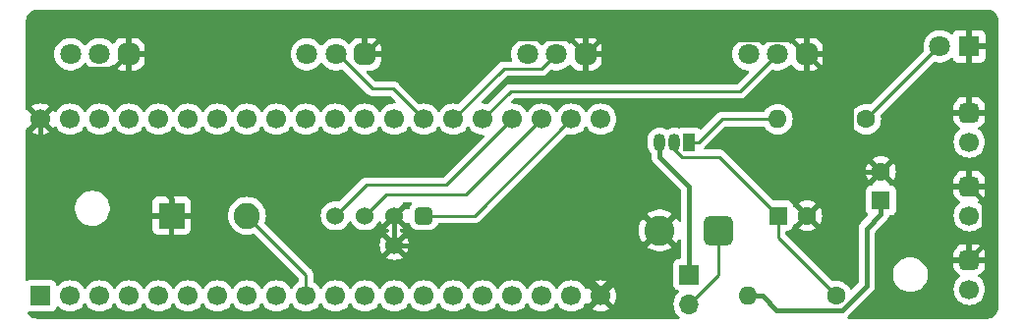
<source format=gbr>
%TF.GenerationSoftware,KiCad,Pcbnew,7.0.10*%
%TF.CreationDate,2024-01-28T18:06:39+01:00*%
%TF.ProjectId,daisy_01,64616973-795f-4303-912e-6b696361645f,rev?*%
%TF.SameCoordinates,Original*%
%TF.FileFunction,Copper,L2,Bot*%
%TF.FilePolarity,Positive*%
%FSLAX46Y46*%
G04 Gerber Fmt 4.6, Leading zero omitted, Abs format (unit mm)*
G04 Created by KiCad (PCBNEW 7.0.10) date 2024-01-28 18:06:39*
%MOMM*%
%LPD*%
G01*
G04 APERTURE LIST*
G04 Aperture macros list*
%AMRoundRect*
0 Rectangle with rounded corners*
0 $1 Rounding radius*
0 $2 $3 $4 $5 $6 $7 $8 $9 X,Y pos of 4 corners*
0 Add a 4 corners polygon primitive as box body*
4,1,4,$2,$3,$4,$5,$6,$7,$8,$9,$2,$3,0*
0 Add four circle primitives for the rounded corners*
1,1,$1+$1,$2,$3*
1,1,$1+$1,$4,$5*
1,1,$1+$1,$6,$7*
1,1,$1+$1,$8,$9*
0 Add four rect primitives between the rounded corners*
20,1,$1+$1,$2,$3,$4,$5,0*
20,1,$1+$1,$4,$5,$6,$7,0*
20,1,$1+$1,$6,$7,$8,$9,0*
20,1,$1+$1,$8,$9,$2,$3,0*%
G04 Aperture macros list end*
%TA.AperFunction,ComponentPad*%
%ADD10RoundRect,0.381000X0.381000X0.381000X-0.381000X0.381000X-0.381000X-0.381000X0.381000X-0.381000X0*%
%TD*%
%TA.AperFunction,ComponentPad*%
%ADD11C,1.524000*%
%TD*%
%TA.AperFunction,ComponentPad*%
%ADD12R,2.250000X2.250000*%
%TD*%
%TA.AperFunction,ComponentPad*%
%ADD13C,2.250000*%
%TD*%
%TA.AperFunction,ComponentPad*%
%ADD14RoundRect,0.450000X0.450000X-0.450000X0.450000X0.450000X-0.450000X0.450000X-0.450000X-0.450000X0*%
%TD*%
%TA.AperFunction,ComponentPad*%
%ADD15C,1.800000*%
%TD*%
%TA.AperFunction,ComponentPad*%
%ADD16R,1.600000X1.600000*%
%TD*%
%TA.AperFunction,ComponentPad*%
%ADD17C,1.600000*%
%TD*%
%TA.AperFunction,ComponentPad*%
%ADD18R,1.800000X1.800000*%
%TD*%
%TA.AperFunction,ComponentPad*%
%ADD19R,1.700000X1.700000*%
%TD*%
%TA.AperFunction,ComponentPad*%
%ADD20C,1.700000*%
%TD*%
%TA.AperFunction,ComponentPad*%
%ADD21RoundRect,0.650000X0.650000X0.650000X-0.650000X0.650000X-0.650000X-0.650000X0.650000X-0.650000X0*%
%TD*%
%TA.AperFunction,ComponentPad*%
%ADD22C,2.600000*%
%TD*%
%TA.AperFunction,ComponentPad*%
%ADD23O,1.700000X1.700000*%
%TD*%
%TA.AperFunction,ComponentPad*%
%ADD24RoundRect,0.425000X-0.425000X0.425000X-0.425000X-0.425000X0.425000X-0.425000X0.425000X0.425000X0*%
%TD*%
%TA.AperFunction,ComponentPad*%
%ADD25R,1.050000X1.500000*%
%TD*%
%TA.AperFunction,ComponentPad*%
%ADD26O,1.050000X1.500000*%
%TD*%
%TA.AperFunction,ComponentPad*%
%ADD27O,1.600000X1.600000*%
%TD*%
%TA.AperFunction,Conductor*%
%ADD28C,0.400000*%
%TD*%
%TA.AperFunction,Conductor*%
%ADD29C,0.250000*%
%TD*%
G04 APERTURE END LIST*
D10*
%TO.P,SW2,A,A*%
%TO.N,Net-(U1-A0{slash}D15)*%
X137160000Y-121920000D03*
D11*
%TO.P,SW2,B,B*%
%TO.N,Net-(U1-A1{slash}D16)*%
X132080000Y-121920000D03*
%TO.P,SW2,C,C*%
%TO.N,GND*%
X134620000Y-121920000D03*
%TO.P,SW2,S1,S1*%
X134620000Y-124460000D03*
%TO.P,SW2,S2,S2*%
%TO.N,Net-(U1-A2{slash}D17)*%
X129540000Y-121920000D03*
%TD*%
D12*
%TO.P,SW3,1,1*%
%TO.N,GND*%
X115420000Y-121920000D03*
D13*
%TO.P,SW3,2,2*%
%TO.N,Net-(U1-D9)*%
X121920000Y-121920000D03*
%TD*%
D14*
%TO.P,RV2,1,1*%
%TO.N,GND*%
X151090000Y-107995000D03*
D15*
%TO.P,RV2,2,2*%
%TO.N,Net-(U1-A4{slash}D19)*%
X148590000Y-107995000D03*
%TO.P,RV2,3,3*%
%TO.N,/A_PWR3.3*%
X146090000Y-107995000D03*
%TD*%
D16*
%TO.P,C1,1*%
%TO.N,+9V*%
X176530000Y-120610000D03*
D17*
%TO.P,C1,2*%
%TO.N,GND*%
X176530000Y-118110000D03*
%TD*%
D14*
%TO.P,RV3,1,1*%
%TO.N,GND*%
X132080000Y-107995000D03*
D15*
%TO.P,RV3,2,2*%
%TO.N,Net-(U1-A5{slash}D20)*%
X129580000Y-107995000D03*
%TO.P,RV3,3,3*%
%TO.N,/A_PWR3.3*%
X127080000Y-107995000D03*
%TD*%
D18*
%TO.P,D1,1,K*%
%TO.N,GND*%
X184150000Y-107315000D03*
D15*
%TO.P,D1,2,A*%
%TO.N,Net-(D1-A)*%
X181610000Y-107315000D03*
%TD*%
D19*
%TO.P,U1,1,D0*%
%TO.N,unconnected-(U1-D0-Pad1)*%
X104140000Y-128844400D03*
D20*
%TO.P,U1,2,D1*%
%TO.N,unconnected-(U1-D1-Pad2)*%
X106680000Y-128844400D03*
%TO.P,U1,3,D2*%
%TO.N,unconnected-(U1-D2-Pad3)*%
X109220000Y-128844400D03*
%TO.P,U1,4,D3*%
%TO.N,unconnected-(U1-D3-Pad4)*%
X111760000Y-128844400D03*
%TO.P,U1,5,D4*%
%TO.N,unconnected-(U1-D4-Pad5)*%
X114300000Y-128844400D03*
%TO.P,U1,6,D5*%
%TO.N,unconnected-(U1-D5-Pad6)*%
X116840000Y-128844400D03*
%TO.P,U1,7,D6*%
%TO.N,unconnected-(U1-D6-Pad7)*%
X119380000Y-128844400D03*
%TO.P,U1,8,D7*%
%TO.N,unconnected-(U1-D7-Pad8)*%
X121920000Y-128844400D03*
%TO.P,U1,9,D8*%
%TO.N,unconnected-(U1-D8-Pad9)*%
X124460000Y-128844400D03*
%TO.P,U1,10,D9*%
%TO.N,Net-(U1-D9)*%
X127000000Y-128844400D03*
%TO.P,U1,11,D10*%
%TO.N,unconnected-(U1-D10-Pad11)*%
X129540000Y-128844400D03*
%TO.P,U1,12,D11*%
%TO.N,unconnected-(U1-D11-Pad12)*%
X132080000Y-128844400D03*
%TO.P,U1,13,D12*%
%TO.N,unconnected-(U1-D12-Pad13)*%
X134620000Y-128844400D03*
%TO.P,U1,14,D13*%
%TO.N,unconnected-(U1-D13-Pad14)*%
X137160000Y-128844400D03*
%TO.P,U1,15,D14*%
%TO.N,unconnected-(U1-D14-Pad15)*%
X139700000Y-128844400D03*
%TO.P,U1,16,Audio_In_1*%
%TO.N,Net-(J1-PadT)*%
X142240000Y-128844400D03*
%TO.P,U1,17,Audio_In_1*%
%TO.N,unconnected-(U1-Audio_In_1-Pad17)*%
X144780000Y-128844400D03*
%TO.P,U1,18,Audio_Out_1*%
%TO.N,Net-(U1-Audio_Out_1)*%
X147320000Y-128844400D03*
%TO.P,U1,19,Audio_Out_2*%
%TO.N,Net-(U1-Audio_Out_2)*%
X149860000Y-128844400D03*
%TO.P,U1,20,AGND*%
%TO.N,GND*%
X152400000Y-128844400D03*
%TO.P,U1,21,3V3_ANALOG*%
%TO.N,/A_PWR3.3*%
X152400000Y-113604400D03*
%TO.P,U1,22,A0/D15*%
%TO.N,Net-(U1-A0{slash}D15)*%
X149860000Y-113604400D03*
%TO.P,U1,23,A1/D16*%
%TO.N,Net-(U1-A1{slash}D16)*%
X147320000Y-113604400D03*
%TO.P,U1,24,A2/D17*%
%TO.N,Net-(U1-A2{slash}D17)*%
X144780000Y-113604400D03*
%TO.P,U1,25,A3/D18*%
%TO.N,Net-(U1-A3{slash}D18)*%
X142240000Y-113604400D03*
%TO.P,U1,26,A4/D19*%
%TO.N,Net-(U1-A4{slash}D19)*%
X139700000Y-113604400D03*
%TO.P,U1,27,A5/D20*%
%TO.N,Net-(U1-A5{slash}D20)*%
X137160000Y-113604400D03*
%TO.P,U1,28,A5/D21*%
%TO.N,Net-(U1-A5{slash}D21)*%
X134620000Y-113604400D03*
%TO.P,U1,29,A7/D22*%
%TO.N,unconnected-(U1-A7{slash}D22-Pad29)*%
X132080000Y-113604400D03*
%TO.P,U1,30,A8/D23*%
%TO.N,unconnected-(U1-A8{slash}D23-Pad30)*%
X129540000Y-113604400D03*
%TO.P,U1,31,A9/D24*%
%TO.N,unconnected-(U1-A9{slash}D24-Pad31)*%
X127000000Y-113604400D03*
%TO.P,U1,32,A10/D25*%
%TO.N,unconnected-(U1-A10{slash}D25-Pad32)*%
X124460000Y-113604400D03*
%TO.P,U1,33,D26*%
%TO.N,unconnected-(U1-D26-Pad33)*%
X121920000Y-113604400D03*
%TO.P,U1,34,D27*%
%TO.N,unconnected-(U1-D27-Pad34)*%
X119380000Y-113604400D03*
%TO.P,U1,35,A11/D28*%
%TO.N,unconnected-(U1-A11{slash}D28-Pad35)*%
X116840000Y-113604400D03*
%TO.P,U1,36,D29*%
%TO.N,unconnected-(U1-D29-Pad36)*%
X114300000Y-113604400D03*
%TO.P,U1,37,D30*%
%TO.N,unconnected-(U1-D30-Pad37)*%
X111760000Y-113604400D03*
%TO.P,U1,38,3V3_DIGITAL*%
%TO.N,unconnected-(U1-3V3_DIGITAL-Pad38)*%
X109220000Y-113604400D03*
%TO.P,U1,39,VIN*%
%TO.N,+9V*%
X106680000Y-113604400D03*
%TO.P,U1,40,DGND*%
%TO.N,GND*%
X104140000Y-113604400D03*
%TD*%
D14*
%TO.P,RV1,1,1*%
%TO.N,GND*%
X170140000Y-107995000D03*
D15*
%TO.P,RV1,2,2*%
%TO.N,Net-(U1-A3{slash}D18)*%
X167640000Y-107995000D03*
%TO.P,RV1,3,3*%
%TO.N,/A_PWR3.3*%
X165140000Y-107995000D03*
%TD*%
D21*
%TO.P,SW1,1,A*%
%TO.N,Net-(BT1--)*%
X162560000Y-123190000D03*
D22*
%TO.P,SW1,2,B*%
%TO.N,GND*%
X157480000Y-123190000D03*
%TD*%
D16*
%TO.P,C2,1*%
%TO.N,Net-(Q1-B)*%
X167680000Y-121920000D03*
D17*
%TO.P,C2,2*%
%TO.N,GND*%
X170180000Y-121920000D03*
%TD*%
D19*
%TO.P,BT1,1,+*%
%TO.N,+9V*%
X160020000Y-127000000D03*
D23*
%TO.P,BT1,2,-*%
%TO.N,Net-(BT1--)*%
X160020000Y-129540000D03*
%TD*%
D14*
%TO.P,RV4,1,1*%
%TO.N,GND*%
X111720000Y-107995000D03*
D15*
%TO.P,RV4,2,2*%
%TO.N,Net-(U1-A5{slash}D21)*%
X109220000Y-107995000D03*
%TO.P,RV4,3,3*%
%TO.N,/A_PWR3.3*%
X106720000Y-107995000D03*
%TD*%
D24*
%TO.P,J3,S*%
%TO.N,GND*%
X184150000Y-119380000D03*
D20*
%TO.P,J3,T*%
%TO.N,Net-(U1-Audio_Out_2)*%
X184150000Y-121920000D03*
%TD*%
D25*
%TO.P,Q1,1,E*%
%TO.N,Net-(Q1-E)*%
X160020000Y-115570000D03*
D26*
%TO.P,Q1,2,B*%
%TO.N,Net-(Q1-B)*%
X158750000Y-115570000D03*
%TO.P,Q1,3,C*%
%TO.N,+9V*%
X157480000Y-115570000D03*
%TD*%
D24*
%TO.P,J1,S*%
%TO.N,GND*%
X184150000Y-125730000D03*
D20*
%TO.P,J1,T*%
%TO.N,Net-(J1-PadT)*%
X184150000Y-128270000D03*
%TD*%
D17*
%TO.P,R2,1*%
%TO.N,Net-(Q1-B)*%
X172720000Y-128844400D03*
D27*
%TO.P,R2,2*%
%TO.N,+9V*%
X165100000Y-128844400D03*
%TD*%
D17*
%TO.P,R1,1*%
%TO.N,Net-(D1-A)*%
X175260000Y-113604400D03*
D27*
%TO.P,R1,2*%
%TO.N,Net-(Q1-E)*%
X167640000Y-113604400D03*
%TD*%
D24*
%TO.P,J2,S*%
%TO.N,GND*%
X184150000Y-113030000D03*
D20*
%TO.P,J2,T*%
%TO.N,Net-(U1-Audio_Out_1)*%
X184150000Y-115570000D03*
%TD*%
D28*
%TO.N,+9V*%
X157480000Y-116883100D02*
X160020000Y-119423100D01*
X175326700Y-123015200D02*
X175326700Y-127958600D01*
X176530000Y-121811900D02*
X175326700Y-123015200D01*
X175326700Y-127958600D02*
X173236800Y-130048500D01*
X176530000Y-120610000D02*
X176530000Y-121811900D01*
X167506000Y-130048500D02*
X166301900Y-128844400D01*
X165100000Y-128844400D02*
X166301900Y-128844400D01*
X173236800Y-130048500D02*
X167506000Y-130048500D01*
X160020000Y-119423100D02*
X160020000Y-127000000D01*
X157480000Y-115570000D02*
X157480000Y-116883100D01*
%TO.N,GND*%
X110420000Y-109295000D02*
X111720000Y-107995000D01*
X104140000Y-113604400D02*
X108449400Y-109295000D01*
X173990000Y-118110000D02*
X173990000Y-111845000D01*
X115420000Y-121920000D02*
X115420000Y-120500000D01*
X170180000Y-121920000D02*
X173990000Y-118110000D01*
X157480000Y-123190000D02*
X152400000Y-128270000D01*
X168838100Y-106693100D02*
X152391900Y-106693100D01*
X149764400Y-106669400D02*
X151090000Y-107995000D01*
X108449400Y-109295000D02*
X110420000Y-109295000D01*
X184150000Y-107315000D02*
X184150000Y-113030000D01*
X185433900Y-124446100D02*
X184150000Y-125730000D01*
X132080000Y-107995000D02*
X133405600Y-106669400D01*
X113030000Y-118110000D02*
X106680000Y-118110000D01*
X185433900Y-120663900D02*
X185433900Y-124446100D01*
X152391900Y-106693100D02*
X151090000Y-107995000D01*
X133405600Y-106669400D02*
X149764400Y-106669400D01*
X106680000Y-118110000D02*
X104140000Y-115570000D01*
X173990000Y-111845000D02*
X170140000Y-107995000D01*
X148590000Y-124460000D02*
X152400000Y-128270000D01*
X170140000Y-107995000D02*
X168838100Y-106693100D01*
X115420000Y-120500000D02*
X113030000Y-118110000D01*
X152400000Y-128270000D02*
X152400000Y-128844400D01*
X134620000Y-124460000D02*
X148590000Y-124460000D01*
X104140000Y-115570000D02*
X104140000Y-113604400D01*
X134620000Y-124460000D02*
X134620000Y-121920000D01*
X184150000Y-119380000D02*
X185433900Y-120663900D01*
X173990000Y-118110000D02*
X176530000Y-118110000D01*
D29*
%TO.N,Net-(BT1--)*%
X162560000Y-127000000D02*
X162560000Y-123190000D01*
X160020000Y-129540000D02*
X162560000Y-127000000D01*
%TO.N,Net-(Q1-B)*%
X167680000Y-123804400D02*
X167680000Y-121920000D01*
X162600000Y-116840000D02*
X159365000Y-116840000D01*
X158750000Y-116225000D02*
X158750000Y-115570000D01*
X159365000Y-116840000D02*
X158750000Y-116225000D01*
X167680000Y-121920000D02*
X162600000Y-116840000D01*
X172720000Y-128844400D02*
X167680000Y-123804400D01*
%TO.N,Net-(Q1-E)*%
X160020000Y-115570000D02*
X160871900Y-115570000D01*
X167640000Y-113604400D02*
X162837500Y-113604400D01*
X162837500Y-113604400D02*
X160871900Y-115570000D01*
%TO.N,Net-(D1-A)*%
X181610000Y-107254400D02*
X181610000Y-106680000D01*
X175260000Y-113604400D02*
X181610000Y-107254400D01*
%TO.N,Net-(U1-A3{slash}D18)*%
X164430600Y-111204400D02*
X167640000Y-107995000D01*
X142240000Y-113604400D02*
X144640000Y-111204400D01*
X144640000Y-111204400D02*
X164430600Y-111204400D01*
%TO.N,Net-(U1-A4{slash}D19)*%
X147327800Y-109257200D02*
X148590000Y-107995000D01*
X144047200Y-109257200D02*
X147327800Y-109257200D01*
X139700000Y-113604400D02*
X144047200Y-109257200D01*
%TO.N,Net-(U1-A5{slash}D20)*%
X129736100Y-107995000D02*
X129580000Y-107995000D01*
X132726000Y-110984900D02*
X129736100Y-107995000D01*
X134540500Y-110984900D02*
X132726000Y-110984900D01*
X137160000Y-113604400D02*
X134540500Y-110984900D01*
%TO.N,Net-(U1-D9)*%
X127000000Y-127000000D02*
X121920000Y-121920000D01*
X127000000Y-128844400D02*
X127000000Y-127000000D01*
%TO.N,Net-(U1-A0{slash}D15)*%
X141544400Y-121920000D02*
X137160000Y-121920000D01*
X149860000Y-113604400D02*
X141544400Y-121920000D01*
%TO.N,Net-(U1-A1{slash}D16)*%
X147320000Y-113604400D02*
X140803700Y-120120700D01*
X133879300Y-120120700D02*
X132080000Y-121920000D01*
X140803700Y-120120700D02*
X133879300Y-120120700D01*
%TO.N,Net-(U1-A2{slash}D17)*%
X132183000Y-119277000D02*
X129540000Y-121920000D01*
X144780000Y-113604400D02*
X139107400Y-119277000D01*
X139107400Y-119277000D02*
X132183000Y-119277000D01*
%TD*%
%TA.AperFunction,Conductor*%
%TO.N,GND*%
G36*
X185696061Y-104140597D02*
G01*
X185872941Y-104158018D01*
X185896769Y-104162757D01*
X186061001Y-104212576D01*
X186083453Y-104221877D01*
X186234798Y-104302772D01*
X186255010Y-104316277D01*
X186387666Y-104425145D01*
X186404854Y-104442333D01*
X186513722Y-104574989D01*
X186527227Y-104595201D01*
X186608121Y-104746543D01*
X186617424Y-104769001D01*
X186667240Y-104933224D01*
X186671982Y-104957065D01*
X186689403Y-105133938D01*
X186690000Y-105146092D01*
X186690000Y-129803907D01*
X186689403Y-129816061D01*
X186671982Y-129992934D01*
X186667240Y-130016775D01*
X186617424Y-130180998D01*
X186608121Y-130203456D01*
X186527227Y-130354798D01*
X186513722Y-130375010D01*
X186404854Y-130507666D01*
X186387666Y-130524854D01*
X186255010Y-130633722D01*
X186234798Y-130647227D01*
X186083456Y-130728121D01*
X186060998Y-130737424D01*
X185896775Y-130787240D01*
X185872934Y-130791982D01*
X185696061Y-130809403D01*
X185683907Y-130810000D01*
X173764641Y-130810000D01*
X173697602Y-130790315D01*
X173651847Y-130737511D01*
X173641903Y-130668353D01*
X173670928Y-130604797D01*
X173694197Y-130583952D01*
X173704729Y-130576683D01*
X173744622Y-130531651D01*
X173749724Y-130526231D01*
X175804431Y-128471524D01*
X175809851Y-128466422D01*
X175854883Y-128426529D01*
X175889066Y-128377004D01*
X175893475Y-128371013D01*
X175930578Y-128323657D01*
X175934734Y-128314421D01*
X175945762Y-128294866D01*
X175951518Y-128286530D01*
X175972850Y-128230278D01*
X175975710Y-128223376D01*
X175982835Y-128207547D01*
X176000395Y-128168531D01*
X176002222Y-128158559D01*
X176008246Y-128136947D01*
X176011840Y-128127472D01*
X176019087Y-128067784D01*
X176020214Y-128060377D01*
X176031058Y-128001206D01*
X176027426Y-127941165D01*
X176027200Y-127933678D01*
X176027200Y-127124335D01*
X177569500Y-127124335D01*
X177578104Y-127175896D01*
X177610429Y-127369616D01*
X177691169Y-127604802D01*
X177691172Y-127604811D01*
X177809524Y-127823506D01*
X177809526Y-127823509D01*
X177962262Y-128019744D01*
X178105941Y-128152010D01*
X178145217Y-128188166D01*
X178353393Y-128324173D01*
X178581118Y-128424063D01*
X178748323Y-128466405D01*
X178822179Y-128485108D01*
X178822181Y-128485108D01*
X178822186Y-128485109D01*
X178975589Y-128497819D01*
X179007933Y-128500500D01*
X179007937Y-128500500D01*
X179132063Y-128500500D01*
X179132067Y-128500500D01*
X179194677Y-128495311D01*
X179317813Y-128485109D01*
X179317816Y-128485108D01*
X179317821Y-128485108D01*
X179558881Y-128424063D01*
X179786607Y-128324173D01*
X179869525Y-128270000D01*
X182794341Y-128270000D01*
X182814936Y-128505403D01*
X182814938Y-128505413D01*
X182876094Y-128733655D01*
X182876096Y-128733659D01*
X182876097Y-128733663D01*
X182961257Y-128916289D01*
X182975965Y-128947830D01*
X182975967Y-128947834D01*
X183068312Y-129079715D01*
X183111505Y-129141401D01*
X183278599Y-129308495D01*
X183335018Y-129348000D01*
X183472165Y-129444032D01*
X183472167Y-129444033D01*
X183472170Y-129444035D01*
X183686337Y-129543903D01*
X183914592Y-129605063D01*
X184102918Y-129621539D01*
X184149999Y-129625659D01*
X184150000Y-129625659D01*
X184150001Y-129625659D01*
X184189234Y-129622226D01*
X184385408Y-129605063D01*
X184613663Y-129543903D01*
X184827830Y-129444035D01*
X185021401Y-129308495D01*
X185188495Y-129141401D01*
X185324035Y-128947830D01*
X185423903Y-128733663D01*
X185485063Y-128505408D01*
X185505659Y-128270000D01*
X185485063Y-128034592D01*
X185423903Y-127806337D01*
X185324035Y-127592171D01*
X185313469Y-127577080D01*
X185188494Y-127398597D01*
X185021402Y-127231506D01*
X185021401Y-127231505D01*
X184970725Y-127196021D01*
X184927101Y-127141445D01*
X184919909Y-127071946D01*
X184951431Y-127009592D01*
X184985556Y-126983962D01*
X185081565Y-126935044D01*
X185081566Y-126935043D01*
X185232675Y-126812675D01*
X185355042Y-126661567D01*
X185443317Y-126488315D01*
X185493644Y-126300497D01*
X185499999Y-126219743D01*
X185500000Y-126219730D01*
X185500000Y-125980000D01*
X184583686Y-125980000D01*
X184609493Y-125939844D01*
X184650000Y-125801889D01*
X184650000Y-125658111D01*
X184609493Y-125520156D01*
X184583686Y-125480000D01*
X185500000Y-125480000D01*
X185500000Y-125240269D01*
X185499999Y-125240256D01*
X185493644Y-125159502D01*
X185443317Y-124971684D01*
X185355042Y-124798432D01*
X185232675Y-124647324D01*
X185081567Y-124524957D01*
X184908315Y-124436682D01*
X184720497Y-124386355D01*
X184639743Y-124380000D01*
X184400000Y-124380000D01*
X184400000Y-125294498D01*
X184292315Y-125245320D01*
X184185763Y-125230000D01*
X184114237Y-125230000D01*
X184007685Y-125245320D01*
X183900000Y-125294498D01*
X183900000Y-124380000D01*
X183660256Y-124380000D01*
X183579502Y-124386355D01*
X183391684Y-124436682D01*
X183218432Y-124524957D01*
X183067324Y-124647324D01*
X182944957Y-124798432D01*
X182856682Y-124971684D01*
X182806355Y-125159502D01*
X182800000Y-125240256D01*
X182800000Y-125480000D01*
X183716314Y-125480000D01*
X183690507Y-125520156D01*
X183650000Y-125658111D01*
X183650000Y-125801889D01*
X183690507Y-125939844D01*
X183716314Y-125980000D01*
X182800000Y-125980000D01*
X182800000Y-126219743D01*
X182806355Y-126300497D01*
X182856682Y-126488315D01*
X182944957Y-126661567D01*
X183067324Y-126812675D01*
X183218433Y-126935043D01*
X183218435Y-126935044D01*
X183314443Y-126983962D01*
X183365239Y-127031936D01*
X183382035Y-127099757D01*
X183359498Y-127165892D01*
X183329274Y-127196021D01*
X183278595Y-127231507D01*
X183111505Y-127398597D01*
X182975965Y-127592169D01*
X182975964Y-127592171D01*
X182901405Y-127752064D01*
X182876299Y-127805905D01*
X182876098Y-127806335D01*
X182876094Y-127806344D01*
X182814938Y-128034586D01*
X182814936Y-128034596D01*
X182794341Y-128269999D01*
X182794341Y-128270000D01*
X179869525Y-128270000D01*
X179994785Y-128188164D01*
X180177738Y-128019744D01*
X180330474Y-127823509D01*
X180448828Y-127604810D01*
X180529571Y-127369614D01*
X180570500Y-127124335D01*
X180570500Y-126875665D01*
X180529571Y-126630386D01*
X180448828Y-126395190D01*
X180330474Y-126176491D01*
X180177738Y-125980256D01*
X179994785Y-125811836D01*
X179994782Y-125811833D01*
X179786606Y-125675826D01*
X179558881Y-125575936D01*
X179317824Y-125514892D01*
X179317813Y-125514890D01*
X179132077Y-125499500D01*
X179132067Y-125499500D01*
X179007933Y-125499500D01*
X179007922Y-125499500D01*
X178822186Y-125514890D01*
X178822175Y-125514892D01*
X178581118Y-125575936D01*
X178353393Y-125675826D01*
X178145217Y-125811833D01*
X177962261Y-125980257D01*
X177809524Y-126176493D01*
X177691172Y-126395188D01*
X177691169Y-126395197D01*
X177610429Y-126630383D01*
X177581691Y-126802604D01*
X177569500Y-126875665D01*
X177569500Y-127124335D01*
X176027200Y-127124335D01*
X176027200Y-123356718D01*
X176046885Y-123289679D01*
X176063515Y-123269041D01*
X177007731Y-122324824D01*
X177013151Y-122319722D01*
X177058183Y-122279829D01*
X177092366Y-122230304D01*
X177096775Y-122224313D01*
X177133878Y-122176957D01*
X177138037Y-122167715D01*
X177149062Y-122148168D01*
X177154818Y-122139830D01*
X177161407Y-122122457D01*
X177176146Y-122083590D01*
X177179002Y-122076691D01*
X177203694Y-122021832D01*
X177203848Y-122020987D01*
X177205469Y-122012150D01*
X177236914Y-121949756D01*
X177287379Y-121920000D01*
X182794341Y-121920000D01*
X182814936Y-122155403D01*
X182814938Y-122155413D01*
X182876094Y-122383655D01*
X182876096Y-122383659D01*
X182876097Y-122383663D01*
X182959767Y-122563093D01*
X182975965Y-122597830D01*
X182975967Y-122597834D01*
X183049834Y-122703326D01*
X183111505Y-122791401D01*
X183278599Y-122958495D01*
X183336482Y-122999025D01*
X183472165Y-123094032D01*
X183472167Y-123094033D01*
X183472170Y-123094035D01*
X183686337Y-123193903D01*
X183914592Y-123255063D01*
X184102918Y-123271539D01*
X184149999Y-123275659D01*
X184150000Y-123275659D01*
X184150001Y-123275659D01*
X184189234Y-123272226D01*
X184385408Y-123255063D01*
X184613663Y-123193903D01*
X184827830Y-123094035D01*
X185021401Y-122958495D01*
X185188495Y-122791401D01*
X185324035Y-122597830D01*
X185423903Y-122383663D01*
X185485063Y-122155408D01*
X185505659Y-121920000D01*
X185485063Y-121684592D01*
X185438209Y-121509730D01*
X185423905Y-121456344D01*
X185423904Y-121456343D01*
X185423903Y-121456337D01*
X185324035Y-121242171D01*
X185317769Y-121233221D01*
X185188494Y-121048597D01*
X185021402Y-120881506D01*
X185021401Y-120881505D01*
X184970725Y-120846021D01*
X184927101Y-120791445D01*
X184919909Y-120721946D01*
X184951431Y-120659592D01*
X184985556Y-120633962D01*
X185081565Y-120585044D01*
X185081566Y-120585043D01*
X185232675Y-120462675D01*
X185355042Y-120311567D01*
X185443317Y-120138315D01*
X185493644Y-119950497D01*
X185499999Y-119869743D01*
X185500000Y-119869730D01*
X185500000Y-119630000D01*
X184583686Y-119630000D01*
X184609493Y-119589844D01*
X184650000Y-119451889D01*
X184650000Y-119308111D01*
X184609493Y-119170156D01*
X184583686Y-119130000D01*
X185500000Y-119130000D01*
X185500000Y-118890269D01*
X185499999Y-118890256D01*
X185493644Y-118809502D01*
X185443317Y-118621684D01*
X185355042Y-118448432D01*
X185232675Y-118297324D01*
X185081567Y-118174957D01*
X184908315Y-118086682D01*
X184720497Y-118036355D01*
X184639743Y-118030000D01*
X184400000Y-118030000D01*
X184400000Y-118944498D01*
X184292315Y-118895320D01*
X184185763Y-118880000D01*
X184114237Y-118880000D01*
X184007685Y-118895320D01*
X183900000Y-118944498D01*
X183900000Y-118030000D01*
X183660256Y-118030000D01*
X183579502Y-118036355D01*
X183391684Y-118086682D01*
X183218432Y-118174957D01*
X183067324Y-118297324D01*
X182944957Y-118448432D01*
X182856682Y-118621684D01*
X182806355Y-118809502D01*
X182800000Y-118890256D01*
X182800000Y-119130000D01*
X183716314Y-119130000D01*
X183690507Y-119170156D01*
X183650000Y-119308111D01*
X183650000Y-119451889D01*
X183690507Y-119589844D01*
X183716314Y-119630000D01*
X182800000Y-119630000D01*
X182800000Y-119869743D01*
X182806355Y-119950497D01*
X182856682Y-120138315D01*
X182944957Y-120311567D01*
X183067324Y-120462675D01*
X183218433Y-120585043D01*
X183218435Y-120585044D01*
X183314443Y-120633962D01*
X183365239Y-120681936D01*
X183382035Y-120749757D01*
X183359498Y-120815892D01*
X183329274Y-120846021D01*
X183278595Y-120881507D01*
X183111505Y-121048597D01*
X182975965Y-121242169D01*
X182975964Y-121242171D01*
X182876098Y-121456335D01*
X182876094Y-121456344D01*
X182814938Y-121684586D01*
X182814936Y-121684596D01*
X182794341Y-121919999D01*
X182794341Y-121920000D01*
X177287379Y-121920000D01*
X177297100Y-121914268D01*
X177327438Y-121910499D01*
X177377871Y-121910499D01*
X177377872Y-121910499D01*
X177437483Y-121904091D01*
X177572331Y-121853796D01*
X177687546Y-121767546D01*
X177773796Y-121652331D01*
X177824091Y-121517483D01*
X177830500Y-121457873D01*
X177830499Y-119762128D01*
X177824091Y-119702517D01*
X177773796Y-119567669D01*
X177773795Y-119567668D01*
X177773793Y-119567664D01*
X177687547Y-119452455D01*
X177687544Y-119452452D01*
X177572335Y-119366206D01*
X177572328Y-119366202D01*
X177437482Y-119315908D01*
X177437483Y-119315908D01*
X177377883Y-119309501D01*
X177377881Y-119309500D01*
X177377873Y-119309500D01*
X177377864Y-119309500D01*
X177374548Y-119309322D01*
X177374627Y-119307847D01*
X177313215Y-119289815D01*
X177267460Y-119237011D01*
X177259969Y-119193522D01*
X176574400Y-118507953D01*
X176655148Y-118495165D01*
X176768045Y-118437641D01*
X176857641Y-118348045D01*
X176915165Y-118235148D01*
X176927953Y-118154400D01*
X177609024Y-118835471D01*
X177660136Y-118762478D01*
X177756264Y-118556331D01*
X177756269Y-118556317D01*
X177815139Y-118336610D01*
X177815141Y-118336599D01*
X177834966Y-118110002D01*
X177834966Y-118109997D01*
X177815141Y-117883400D01*
X177815139Y-117883389D01*
X177756269Y-117663682D01*
X177756264Y-117663668D01*
X177660136Y-117457521D01*
X177660132Y-117457513D01*
X177609025Y-117384526D01*
X176927953Y-118065598D01*
X176915165Y-117984852D01*
X176857641Y-117871955D01*
X176768045Y-117782359D01*
X176655148Y-117724835D01*
X176574401Y-117712046D01*
X177255472Y-117030974D01*
X177182478Y-116979863D01*
X176976331Y-116883735D01*
X176976317Y-116883730D01*
X176756610Y-116824860D01*
X176756599Y-116824858D01*
X176530002Y-116805034D01*
X176529998Y-116805034D01*
X176303400Y-116824858D01*
X176303389Y-116824860D01*
X176083682Y-116883730D01*
X176083673Y-116883734D01*
X175877516Y-116979866D01*
X175877512Y-116979868D01*
X175804526Y-117030973D01*
X175804526Y-117030974D01*
X176485599Y-117712046D01*
X176404852Y-117724835D01*
X176291955Y-117782359D01*
X176202359Y-117871955D01*
X176144835Y-117984852D01*
X176132046Y-118065598D01*
X175450974Y-117384526D01*
X175450973Y-117384526D01*
X175399868Y-117457512D01*
X175399866Y-117457516D01*
X175303734Y-117663673D01*
X175303730Y-117663682D01*
X175244860Y-117883389D01*
X175244858Y-117883400D01*
X175225034Y-118109997D01*
X175225034Y-118110002D01*
X175244858Y-118336599D01*
X175244860Y-118336610D01*
X175303730Y-118556317D01*
X175303735Y-118556331D01*
X175399863Y-118762478D01*
X175450974Y-118835472D01*
X176132046Y-118154400D01*
X176144835Y-118235148D01*
X176202359Y-118348045D01*
X176291955Y-118437641D01*
X176404852Y-118495165D01*
X176485599Y-118507953D01*
X175799352Y-119194199D01*
X175789506Y-119243194D01*
X175740890Y-119293377D01*
X175685367Y-119308049D01*
X175685423Y-119309099D01*
X175685429Y-119309146D01*
X175685426Y-119309146D01*
X175685436Y-119309324D01*
X175682123Y-119309501D01*
X175622516Y-119315908D01*
X175487671Y-119366202D01*
X175487664Y-119366206D01*
X175372455Y-119452452D01*
X175372452Y-119452455D01*
X175286206Y-119567664D01*
X175286202Y-119567671D01*
X175235908Y-119702517D01*
X175229501Y-119762116D01*
X175229501Y-119762123D01*
X175229500Y-119762135D01*
X175229500Y-121457870D01*
X175229501Y-121457876D01*
X175235908Y-121517483D01*
X175286202Y-121652328D01*
X175286206Y-121652335D01*
X175372452Y-121767544D01*
X175372453Y-121767544D01*
X175372454Y-121767546D01*
X175378702Y-121772223D01*
X175420572Y-121828157D01*
X175425556Y-121897849D01*
X175392071Y-121959170D01*
X174848990Y-122502251D01*
X174843538Y-122507383D01*
X174798519Y-122547268D01*
X174764349Y-122596769D01*
X174759913Y-122602797D01*
X174722824Y-122650138D01*
X174722819Y-122650148D01*
X174718660Y-122659388D01*
X174707642Y-122678923D01*
X174701887Y-122687261D01*
X174701879Y-122687276D01*
X174680553Y-122743505D01*
X174677689Y-122750420D01*
X174653005Y-122805268D01*
X174651177Y-122815242D01*
X174645153Y-122836853D01*
X174641560Y-122846327D01*
X174641560Y-122846328D01*
X174634310Y-122906027D01*
X174633183Y-122913427D01*
X174622342Y-122972589D01*
X174622342Y-122972595D01*
X174625974Y-123032632D01*
X174626200Y-123040120D01*
X174626200Y-127617080D01*
X174606515Y-127684119D01*
X174589881Y-127704761D01*
X174056059Y-128238582D01*
X173994736Y-128272067D01*
X173925044Y-128267083D01*
X173869111Y-128225211D01*
X173855996Y-128203306D01*
X173850569Y-128191668D01*
X173841202Y-128178291D01*
X173720047Y-128005261D01*
X173720045Y-128005258D01*
X173559141Y-127844354D01*
X173372734Y-127713832D01*
X173372732Y-127713831D01*
X173166497Y-127617661D01*
X173166488Y-127617658D01*
X172946697Y-127558766D01*
X172946693Y-127558765D01*
X172946692Y-127558765D01*
X172946691Y-127558764D01*
X172946686Y-127558764D01*
X172720002Y-127538932D01*
X172719999Y-127538932D01*
X172493313Y-127558764D01*
X172493296Y-127558767D01*
X172424949Y-127577080D01*
X172355099Y-127575416D01*
X172305177Y-127544986D01*
X168341819Y-123581628D01*
X168308334Y-123520305D01*
X168305500Y-123493947D01*
X168305500Y-123344499D01*
X168325185Y-123277460D01*
X168377989Y-123231705D01*
X168429500Y-123220499D01*
X168527871Y-123220499D01*
X168527872Y-123220499D01*
X168587483Y-123214091D01*
X168722331Y-123163796D01*
X168837546Y-123077546D01*
X168923796Y-122962331D01*
X168974091Y-122827483D01*
X168980500Y-122767873D01*
X168980499Y-122767845D01*
X168980678Y-122764547D01*
X168982183Y-122764627D01*
X169000112Y-122703326D01*
X169052868Y-122657514D01*
X169096465Y-122649981D01*
X169782046Y-121964400D01*
X169794835Y-122045148D01*
X169852359Y-122158045D01*
X169941955Y-122247641D01*
X170054852Y-122305165D01*
X170135599Y-122317953D01*
X169454526Y-122999025D01*
X169527513Y-123050132D01*
X169527521Y-123050136D01*
X169733668Y-123146264D01*
X169733682Y-123146269D01*
X169953389Y-123205139D01*
X169953400Y-123205141D01*
X170179998Y-123224966D01*
X170180002Y-123224966D01*
X170406599Y-123205141D01*
X170406610Y-123205139D01*
X170626317Y-123146269D01*
X170626331Y-123146264D01*
X170832478Y-123050136D01*
X170905471Y-122999024D01*
X170224400Y-122317953D01*
X170305148Y-122305165D01*
X170418045Y-122247641D01*
X170507641Y-122158045D01*
X170565165Y-122045148D01*
X170577953Y-121964400D01*
X171259024Y-122645471D01*
X171310136Y-122572478D01*
X171406264Y-122366331D01*
X171406269Y-122366317D01*
X171465139Y-122146610D01*
X171465141Y-122146599D01*
X171484966Y-121920002D01*
X171484966Y-121919997D01*
X171465141Y-121693400D01*
X171465139Y-121693389D01*
X171406269Y-121473682D01*
X171406264Y-121473668D01*
X171310136Y-121267521D01*
X171310132Y-121267513D01*
X171259025Y-121194526D01*
X170577953Y-121875598D01*
X170565165Y-121794852D01*
X170507641Y-121681955D01*
X170418045Y-121592359D01*
X170305148Y-121534835D01*
X170224401Y-121522046D01*
X170905472Y-120840974D01*
X170832478Y-120789863D01*
X170626331Y-120693735D01*
X170626317Y-120693730D01*
X170406610Y-120634860D01*
X170406599Y-120634858D01*
X170180002Y-120615034D01*
X170179998Y-120615034D01*
X169953400Y-120634858D01*
X169953389Y-120634860D01*
X169733682Y-120693730D01*
X169733673Y-120693734D01*
X169527516Y-120789866D01*
X169527512Y-120789868D01*
X169454526Y-120840973D01*
X169454526Y-120840974D01*
X170135599Y-121522046D01*
X170054852Y-121534835D01*
X169941955Y-121592359D01*
X169852359Y-121681955D01*
X169794835Y-121794852D01*
X169782046Y-121875598D01*
X169095799Y-121189351D01*
X169046805Y-121179505D01*
X168996622Y-121130889D01*
X168981981Y-121075366D01*
X168980900Y-121075423D01*
X168980854Y-121075429D01*
X168980853Y-121075426D01*
X168980676Y-121075436D01*
X168980499Y-121072141D01*
X168980499Y-121072128D01*
X168974091Y-121012517D01*
X168955101Y-120961603D01*
X168923797Y-120877671D01*
X168923793Y-120877664D01*
X168837547Y-120762455D01*
X168837544Y-120762452D01*
X168722335Y-120676206D01*
X168722328Y-120676202D01*
X168587482Y-120625908D01*
X168587483Y-120625908D01*
X168527883Y-120619501D01*
X168527881Y-120619500D01*
X168527873Y-120619500D01*
X168527865Y-120619500D01*
X167315452Y-120619500D01*
X167248413Y-120599815D01*
X167227771Y-120583181D01*
X163100803Y-116456212D01*
X163090980Y-116443950D01*
X163090759Y-116444134D01*
X163085786Y-116438122D01*
X163036776Y-116392099D01*
X163033977Y-116389386D01*
X163014477Y-116369885D01*
X163014471Y-116369880D01*
X163011286Y-116367409D01*
X163002434Y-116359848D01*
X162970582Y-116329938D01*
X162970580Y-116329936D01*
X162970577Y-116329935D01*
X162953029Y-116320288D01*
X162936763Y-116309604D01*
X162920932Y-116297324D01*
X162880849Y-116279978D01*
X162870363Y-116274841D01*
X162832094Y-116253803D01*
X162832092Y-116253802D01*
X162812693Y-116248822D01*
X162794281Y-116242518D01*
X162775898Y-116234562D01*
X162775892Y-116234560D01*
X162732760Y-116227729D01*
X162721322Y-116225361D01*
X162679020Y-116214500D01*
X162679019Y-116214500D01*
X162658984Y-116214500D01*
X162639586Y-116212973D01*
X162632162Y-116211797D01*
X162619805Y-116209840D01*
X162619804Y-116209840D01*
X162576325Y-116213950D01*
X162564656Y-116214500D01*
X161414033Y-116214500D01*
X161346994Y-116194815D01*
X161301239Y-116142011D01*
X161291295Y-116072853D01*
X161318483Y-116011467D01*
X161323469Y-116005437D01*
X161331331Y-115995934D01*
X161339179Y-115987309D01*
X161756489Y-115570000D01*
X182794341Y-115570000D01*
X182814936Y-115805403D01*
X182814938Y-115805413D01*
X182876094Y-116033655D01*
X182876096Y-116033659D01*
X182876097Y-116033663D01*
X182960423Y-116214500D01*
X182975965Y-116247830D01*
X182975967Y-116247834D01*
X183059755Y-116367494D01*
X183111505Y-116441401D01*
X183278599Y-116608495D01*
X183375384Y-116676265D01*
X183472165Y-116744032D01*
X183472167Y-116744033D01*
X183472170Y-116744035D01*
X183686337Y-116843903D01*
X183914592Y-116905063D01*
X184102918Y-116921539D01*
X184149999Y-116925659D01*
X184150000Y-116925659D01*
X184150001Y-116925659D01*
X184189234Y-116922226D01*
X184385408Y-116905063D01*
X184613663Y-116843903D01*
X184827830Y-116744035D01*
X185021401Y-116608495D01*
X185188495Y-116441401D01*
X185324035Y-116247830D01*
X185423903Y-116033663D01*
X185485063Y-115805408D01*
X185505659Y-115570000D01*
X185485063Y-115334592D01*
X185423903Y-115106337D01*
X185324035Y-114892171D01*
X185322540Y-114890035D01*
X185188494Y-114698597D01*
X185021402Y-114531506D01*
X185021401Y-114531505D01*
X184970725Y-114496021D01*
X184927101Y-114441445D01*
X184919909Y-114371946D01*
X184951431Y-114309592D01*
X184985556Y-114283962D01*
X185081565Y-114235044D01*
X185081566Y-114235043D01*
X185232675Y-114112675D01*
X185355042Y-113961567D01*
X185443317Y-113788315D01*
X185493644Y-113600497D01*
X185499999Y-113519743D01*
X185500000Y-113519730D01*
X185500000Y-113280000D01*
X184583686Y-113280000D01*
X184609493Y-113239844D01*
X184650000Y-113101889D01*
X184650000Y-112958111D01*
X184609493Y-112820156D01*
X184583686Y-112780000D01*
X185500000Y-112780000D01*
X185500000Y-112540269D01*
X185499999Y-112540256D01*
X185493644Y-112459502D01*
X185443317Y-112271684D01*
X185355042Y-112098432D01*
X185232675Y-111947324D01*
X185081567Y-111824957D01*
X184908315Y-111736682D01*
X184720497Y-111686355D01*
X184639743Y-111680000D01*
X184400000Y-111680000D01*
X184400000Y-112594498D01*
X184292315Y-112545320D01*
X184185763Y-112530000D01*
X184114237Y-112530000D01*
X184007685Y-112545320D01*
X183900000Y-112594498D01*
X183900000Y-111680000D01*
X183660256Y-111680000D01*
X183579502Y-111686355D01*
X183391684Y-111736682D01*
X183218432Y-111824957D01*
X183067324Y-111947324D01*
X182944957Y-112098432D01*
X182856682Y-112271684D01*
X182806355Y-112459502D01*
X182800000Y-112540256D01*
X182800000Y-112780000D01*
X183716314Y-112780000D01*
X183690507Y-112820156D01*
X183650000Y-112958111D01*
X183650000Y-113101889D01*
X183690507Y-113239844D01*
X183716314Y-113280000D01*
X182800000Y-113280000D01*
X182800000Y-113519743D01*
X182806355Y-113600497D01*
X182856682Y-113788315D01*
X182944957Y-113961567D01*
X183067324Y-114112675D01*
X183218433Y-114235043D01*
X183218435Y-114235044D01*
X183314443Y-114283962D01*
X183365239Y-114331936D01*
X183382035Y-114399757D01*
X183359498Y-114465892D01*
X183329274Y-114496021D01*
X183278595Y-114531507D01*
X183111505Y-114698597D01*
X182975965Y-114892169D01*
X182975964Y-114892171D01*
X182882401Y-115092816D01*
X182878257Y-115101706D01*
X182876098Y-115106335D01*
X182876094Y-115106344D01*
X182814938Y-115334586D01*
X182814936Y-115334596D01*
X182794341Y-115569999D01*
X182794341Y-115570000D01*
X161756489Y-115570000D01*
X163060272Y-114266219D01*
X163121595Y-114232734D01*
X163147953Y-114229900D01*
X166425812Y-114229900D01*
X166492851Y-114249585D01*
X166527387Y-114282777D01*
X166639954Y-114443541D01*
X166800858Y-114604445D01*
X166800861Y-114604447D01*
X166987266Y-114734968D01*
X167193504Y-114831139D01*
X167413308Y-114890035D01*
X167575230Y-114904201D01*
X167639998Y-114909868D01*
X167640000Y-114909868D01*
X167640002Y-114909868D01*
X167696673Y-114904909D01*
X167866692Y-114890035D01*
X168086496Y-114831139D01*
X168292734Y-114734968D01*
X168479139Y-114604447D01*
X168640047Y-114443539D01*
X168770568Y-114257134D01*
X168866739Y-114050896D01*
X168925635Y-113831092D01*
X168945468Y-113604401D01*
X173954532Y-113604401D01*
X173974364Y-113831086D01*
X173974366Y-113831097D01*
X174033258Y-114050888D01*
X174033261Y-114050897D01*
X174129431Y-114257132D01*
X174129432Y-114257134D01*
X174259954Y-114443541D01*
X174420858Y-114604445D01*
X174420861Y-114604447D01*
X174607266Y-114734968D01*
X174813504Y-114831139D01*
X175033308Y-114890035D01*
X175195230Y-114904201D01*
X175259998Y-114909868D01*
X175260000Y-114909868D01*
X175260002Y-114909868D01*
X175316673Y-114904909D01*
X175486692Y-114890035D01*
X175706496Y-114831139D01*
X175912734Y-114734968D01*
X176099139Y-114604447D01*
X176260047Y-114443539D01*
X176390568Y-114257134D01*
X176486739Y-114050896D01*
X176545635Y-113831092D01*
X176565468Y-113604400D01*
X176545635Y-113377708D01*
X176527318Y-113309348D01*
X176528981Y-113239503D01*
X176559410Y-113189579D01*
X181066368Y-108682621D01*
X181127689Y-108649138D01*
X181194308Y-108653022D01*
X181225844Y-108663849D01*
X181265018Y-108677298D01*
X181363592Y-108693747D01*
X181493951Y-108715500D01*
X181493952Y-108715500D01*
X181726048Y-108715500D01*
X181726049Y-108715500D01*
X181954981Y-108677298D01*
X182174503Y-108601936D01*
X182378626Y-108491470D01*
X182561784Y-108348913D01*
X182570511Y-108339432D01*
X182630394Y-108303441D01*
X182700232Y-108305538D01*
X182757850Y-108345060D01*
X182777924Y-108380080D01*
X182806645Y-108457086D01*
X182806649Y-108457093D01*
X182892809Y-108572187D01*
X182892812Y-108572190D01*
X183007906Y-108658350D01*
X183007913Y-108658354D01*
X183142620Y-108708596D01*
X183142627Y-108708598D01*
X183202155Y-108714999D01*
X183202172Y-108715000D01*
X183900000Y-108715000D01*
X183900000Y-107689189D01*
X183952547Y-107725016D01*
X184082173Y-107765000D01*
X184183724Y-107765000D01*
X184284138Y-107749865D01*
X184400000Y-107694068D01*
X184400000Y-108715000D01*
X185097828Y-108715000D01*
X185097844Y-108714999D01*
X185157372Y-108708598D01*
X185157379Y-108708596D01*
X185292086Y-108658354D01*
X185292093Y-108658350D01*
X185407187Y-108572190D01*
X185407190Y-108572187D01*
X185493350Y-108457093D01*
X185493354Y-108457086D01*
X185543596Y-108322379D01*
X185543598Y-108322372D01*
X185549999Y-108262844D01*
X185550000Y-108262827D01*
X185550000Y-107565000D01*
X184525278Y-107565000D01*
X184573625Y-107481260D01*
X184603810Y-107349008D01*
X184593673Y-107213735D01*
X184544113Y-107087459D01*
X184526203Y-107065000D01*
X185550000Y-107065000D01*
X185550000Y-106367172D01*
X185549999Y-106367155D01*
X185543598Y-106307627D01*
X185543596Y-106307620D01*
X185493354Y-106172913D01*
X185493350Y-106172906D01*
X185407190Y-106057812D01*
X185407187Y-106057809D01*
X185292093Y-105971649D01*
X185292086Y-105971645D01*
X185157379Y-105921403D01*
X185157372Y-105921401D01*
X185097844Y-105915000D01*
X184400000Y-105915000D01*
X184400000Y-106940810D01*
X184347453Y-106904984D01*
X184217827Y-106865000D01*
X184116276Y-106865000D01*
X184015862Y-106880135D01*
X183900000Y-106935931D01*
X183900000Y-105915000D01*
X183202155Y-105915000D01*
X183142627Y-105921401D01*
X183142620Y-105921403D01*
X183007913Y-105971645D01*
X183007906Y-105971649D01*
X182892812Y-106057809D01*
X182892809Y-106057812D01*
X182806649Y-106172906D01*
X182806646Y-106172911D01*
X182777924Y-106249920D01*
X182736052Y-106305853D01*
X182670588Y-106330270D01*
X182602315Y-106315418D01*
X182570514Y-106290571D01*
X182561784Y-106281087D01*
X182561779Y-106281083D01*
X182561777Y-106281081D01*
X182378634Y-106138535D01*
X182378628Y-106138531D01*
X182174504Y-106028064D01*
X182174495Y-106028061D01*
X181954984Y-105952702D01*
X181767404Y-105921401D01*
X181726049Y-105914500D01*
X181493951Y-105914500D01*
X181452596Y-105921401D01*
X181265015Y-105952702D01*
X181045504Y-106028061D01*
X181045495Y-106028064D01*
X180841371Y-106138531D01*
X180841365Y-106138535D01*
X180658222Y-106281081D01*
X180658219Y-106281084D01*
X180658216Y-106281086D01*
X180658216Y-106281087D01*
X180633791Y-106307620D01*
X180501016Y-106451852D01*
X180374075Y-106646151D01*
X180280842Y-106858699D01*
X180223866Y-107083691D01*
X180223864Y-107083702D01*
X180204700Y-107314993D01*
X180204700Y-107315006D01*
X180223865Y-107546301D01*
X180248930Y-107645281D01*
X180246305Y-107715101D01*
X180216405Y-107763402D01*
X175674821Y-112304986D01*
X175613498Y-112338471D01*
X175555048Y-112337080D01*
X175486697Y-112318766D01*
X175486693Y-112318765D01*
X175486692Y-112318765D01*
X175373346Y-112308848D01*
X175260001Y-112298932D01*
X175259998Y-112298932D01*
X175033313Y-112318764D01*
X175033302Y-112318766D01*
X174813511Y-112377658D01*
X174813502Y-112377661D01*
X174607267Y-112473831D01*
X174607265Y-112473832D01*
X174420858Y-112604354D01*
X174259954Y-112765258D01*
X174129432Y-112951665D01*
X174129431Y-112951667D01*
X174033261Y-113157902D01*
X174033258Y-113157911D01*
X173974366Y-113377702D01*
X173974364Y-113377713D01*
X173954532Y-113604398D01*
X173954532Y-113604401D01*
X168945468Y-113604401D01*
X168945468Y-113604400D01*
X168925635Y-113377708D01*
X168866739Y-113157904D01*
X168770568Y-112951666D01*
X168640047Y-112765261D01*
X168640045Y-112765258D01*
X168479141Y-112604354D01*
X168292734Y-112473832D01*
X168292732Y-112473831D01*
X168086497Y-112377661D01*
X168086488Y-112377658D01*
X167866697Y-112318766D01*
X167866693Y-112318765D01*
X167866692Y-112318765D01*
X167866691Y-112318764D01*
X167866686Y-112318764D01*
X167640002Y-112298932D01*
X167639998Y-112298932D01*
X167413313Y-112318764D01*
X167413302Y-112318766D01*
X167193511Y-112377658D01*
X167193502Y-112377661D01*
X166987267Y-112473831D01*
X166987265Y-112473832D01*
X166800858Y-112604354D01*
X166639954Y-112765258D01*
X166527387Y-112926023D01*
X166472811Y-112969648D01*
X166425812Y-112978900D01*
X162920237Y-112978900D01*
X162904620Y-112977176D01*
X162904593Y-112977462D01*
X162896831Y-112976727D01*
X162829644Y-112978839D01*
X162825750Y-112978900D01*
X162798150Y-112978900D01*
X162794462Y-112979365D01*
X162794149Y-112979405D01*
X162782531Y-112980318D01*
X162738873Y-112981690D01*
X162738872Y-112981690D01*
X162719629Y-112987281D01*
X162700579Y-112991225D01*
X162680711Y-112993734D01*
X162680710Y-112993735D01*
X162640100Y-113009813D01*
X162629053Y-113013595D01*
X162587110Y-113025781D01*
X162587109Y-113025782D01*
X162569867Y-113035979D01*
X162552399Y-113044537D01*
X162533769Y-113051913D01*
X162533766Y-113051915D01*
X162498439Y-113077581D01*
X162488680Y-113083992D01*
X162451079Y-113106230D01*
X162436908Y-113120400D01*
X162422123Y-113133028D01*
X162405912Y-113144807D01*
X162378071Y-113178459D01*
X162370211Y-113187096D01*
X161086064Y-114471243D01*
X161024741Y-114504728D01*
X160955049Y-114499744D01*
X160910873Y-114466674D01*
X160908820Y-114468728D01*
X160902548Y-114462457D01*
X160902546Y-114462454D01*
X160874482Y-114441445D01*
X160787335Y-114376206D01*
X160787328Y-114376202D01*
X160652482Y-114325908D01*
X160652483Y-114325908D01*
X160592883Y-114319501D01*
X160592881Y-114319500D01*
X160592873Y-114319500D01*
X160592864Y-114319500D01*
X159447129Y-114319500D01*
X159447123Y-114319501D01*
X159387516Y-114325908D01*
X159252671Y-114376202D01*
X159244890Y-114380452D01*
X159243759Y-114378381D01*
X159190239Y-114398331D01*
X159145424Y-114393306D01*
X159144343Y-114392978D01*
X159144341Y-114392977D01*
X159038835Y-114360972D01*
X158951031Y-114334337D01*
X158750000Y-114314538D01*
X158548968Y-114334337D01*
X158355654Y-114392978D01*
X158173453Y-114490367D01*
X158105050Y-114504609D01*
X158056547Y-114490367D01*
X157874345Y-114392978D01*
X157681031Y-114334337D01*
X157480000Y-114314538D01*
X157278968Y-114334337D01*
X157085654Y-114392978D01*
X156907511Y-114488198D01*
X156907504Y-114488203D01*
X156751352Y-114616352D01*
X156623203Y-114772504D01*
X156623198Y-114772511D01*
X156527978Y-114950654D01*
X156469337Y-115143968D01*
X156454500Y-115294623D01*
X156454500Y-115845376D01*
X156469337Y-115996031D01*
X156527978Y-116189345D01*
X156623198Y-116367488D01*
X156623202Y-116367495D01*
X156751353Y-116523647D01*
X156778666Y-116587957D01*
X156779500Y-116602312D01*
X156779500Y-116858178D01*
X156779274Y-116865666D01*
X156775642Y-116925703D01*
X156775642Y-116925705D01*
X156786483Y-116984870D01*
X156787610Y-116992271D01*
X156794859Y-117051971D01*
X156794860Y-117051974D01*
X156798451Y-117061443D01*
X156804474Y-117083046D01*
X156806304Y-117093030D01*
X156830991Y-117147882D01*
X156833854Y-117154794D01*
X156855182Y-117211030D01*
X156855183Y-117211031D01*
X156860936Y-117219366D01*
X156871961Y-117238913D01*
X156876120Y-117248155D01*
X156876124Y-117248160D01*
X156913215Y-117295503D01*
X156917655Y-117301538D01*
X156951812Y-117351024D01*
X156951816Y-117351029D01*
X156996828Y-117390905D01*
X157002283Y-117396040D01*
X159283181Y-119676938D01*
X159316666Y-119738261D01*
X159319500Y-119764619D01*
X159319500Y-122313333D01*
X159299815Y-122380372D01*
X159247011Y-122426127D01*
X159177853Y-122436071D01*
X159114297Y-122407046D01*
X159088113Y-122375333D01*
X158971397Y-122173177D01*
X158917704Y-122105847D01*
X158082546Y-122941004D01*
X158072812Y-122911044D01*
X157984814Y-122772381D01*
X157865097Y-122659960D01*
X157730489Y-122585958D01*
X158565150Y-121751296D01*
X158382517Y-121626779D01*
X158382516Y-121626778D01*
X158139460Y-121509730D01*
X158139462Y-121509730D01*
X157881662Y-121430209D01*
X157881656Y-121430207D01*
X157614898Y-121390000D01*
X157345101Y-121390000D01*
X157078343Y-121430207D01*
X157078337Y-121430209D01*
X156820538Y-121509730D01*
X156577485Y-121626778D01*
X156577476Y-121626783D01*
X156394848Y-121751296D01*
X157232465Y-122588913D01*
X157164371Y-122615874D01*
X157031508Y-122712405D01*
X156926825Y-122838945D01*
X156878368Y-122941921D01*
X156042295Y-122105848D01*
X155988600Y-122173180D01*
X155853709Y-122406818D01*
X155755148Y-122657947D01*
X155755142Y-122657966D01*
X155695113Y-122920971D01*
X155695113Y-122920973D01*
X155674953Y-123189995D01*
X155674953Y-123190004D01*
X155695113Y-123459026D01*
X155695113Y-123459028D01*
X155755142Y-123722033D01*
X155755148Y-123722052D01*
X155853709Y-123973181D01*
X155853708Y-123973181D01*
X155988602Y-124206822D01*
X156042294Y-124274151D01*
X156042295Y-124274151D01*
X156877452Y-123438993D01*
X156887188Y-123468956D01*
X156975186Y-123607619D01*
X157094903Y-123720040D01*
X157229510Y-123794041D01*
X156394848Y-124628702D01*
X156577483Y-124753220D01*
X156577485Y-124753221D01*
X156820539Y-124870269D01*
X156820537Y-124870269D01*
X157078337Y-124949790D01*
X157078343Y-124949792D01*
X157345101Y-124989999D01*
X157345110Y-124990000D01*
X157614890Y-124990000D01*
X157614898Y-124989999D01*
X157881656Y-124949792D01*
X157881662Y-124949790D01*
X158139461Y-124870269D01*
X158382521Y-124753218D01*
X158565150Y-124628702D01*
X157727534Y-123791086D01*
X157795629Y-123764126D01*
X157928492Y-123667595D01*
X158033175Y-123541055D01*
X158081631Y-123438079D01*
X158917703Y-124274151D01*
X158917704Y-124274150D01*
X158971393Y-124206828D01*
X158971400Y-124206817D01*
X159088113Y-124004666D01*
X159138680Y-123956450D01*
X159207287Y-123943227D01*
X159272152Y-123969195D01*
X159312680Y-124026110D01*
X159319500Y-124066666D01*
X159319500Y-125525500D01*
X159299815Y-125592539D01*
X159247011Y-125638294D01*
X159195502Y-125649500D01*
X159122130Y-125649500D01*
X159122123Y-125649501D01*
X159062516Y-125655908D01*
X158927671Y-125706202D01*
X158927664Y-125706206D01*
X158812455Y-125792452D01*
X158812452Y-125792455D01*
X158726206Y-125907664D01*
X158726202Y-125907671D01*
X158675908Y-126042517D01*
X158669501Y-126102116D01*
X158669501Y-126102123D01*
X158669500Y-126102135D01*
X158669500Y-127897870D01*
X158669501Y-127897876D01*
X158675908Y-127957483D01*
X158726202Y-128092328D01*
X158726206Y-128092335D01*
X158812452Y-128207544D01*
X158812455Y-128207547D01*
X158927664Y-128293793D01*
X158927671Y-128293797D01*
X159059081Y-128342810D01*
X159115015Y-128384681D01*
X159139432Y-128450145D01*
X159124580Y-128518418D01*
X159103430Y-128546673D01*
X158981503Y-128668600D01*
X158845965Y-128862169D01*
X158845964Y-128862171D01*
X158806021Y-128947830D01*
X158748541Y-129071097D01*
X158746098Y-129076335D01*
X158746094Y-129076344D01*
X158684938Y-129304586D01*
X158684936Y-129304596D01*
X158664341Y-129539999D01*
X158664341Y-129540000D01*
X158684936Y-129775403D01*
X158684938Y-129775413D01*
X158746094Y-130003655D01*
X158746096Y-130003659D01*
X158746097Y-130003663D01*
X158814274Y-130149868D01*
X158845965Y-130217830D01*
X158845967Y-130217834D01*
X158919695Y-130323127D01*
X158981505Y-130411401D01*
X159148599Y-130578495D01*
X159153923Y-130582223D01*
X159157069Y-130584426D01*
X159200693Y-130639003D01*
X159207885Y-130708502D01*
X159176362Y-130770856D01*
X159116132Y-130806269D01*
X159085944Y-130810000D01*
X103876093Y-130810000D01*
X103863939Y-130809403D01*
X103687065Y-130791982D01*
X103663224Y-130787240D01*
X103499001Y-130737424D01*
X103476543Y-130728121D01*
X103325201Y-130647227D01*
X103304989Y-130633722D01*
X103172333Y-130524854D01*
X103155145Y-130507666D01*
X103056476Y-130387437D01*
X103029163Y-130323127D01*
X103040954Y-130254259D01*
X103088106Y-130202699D01*
X103155649Y-130184816D01*
X103180849Y-130188096D01*
X103182510Y-130188488D01*
X103182517Y-130188491D01*
X103182523Y-130188491D01*
X103182525Y-130188492D01*
X103191232Y-130189428D01*
X103242127Y-130194900D01*
X105037872Y-130194899D01*
X105097483Y-130188491D01*
X105232331Y-130138196D01*
X105347546Y-130051946D01*
X105433796Y-129936731D01*
X105482810Y-129805316D01*
X105524681Y-129749384D01*
X105590145Y-129724966D01*
X105658418Y-129739817D01*
X105686673Y-129760969D01*
X105808599Y-129882895D01*
X105905384Y-129950665D01*
X106002165Y-130018432D01*
X106002167Y-130018433D01*
X106002170Y-130018435D01*
X106216337Y-130118303D01*
X106444592Y-130179463D01*
X106621034Y-130194900D01*
X106679999Y-130200059D01*
X106680000Y-130200059D01*
X106680001Y-130200059D01*
X106738966Y-130194900D01*
X106915408Y-130179463D01*
X107143663Y-130118303D01*
X107357830Y-130018435D01*
X107551401Y-129882895D01*
X107718495Y-129715801D01*
X107848425Y-129530242D01*
X107903002Y-129486617D01*
X107972500Y-129479423D01*
X108034855Y-129510946D01*
X108051575Y-129530242D01*
X108179240Y-129712567D01*
X108181505Y-129715801D01*
X108348599Y-129882895D01*
X108445384Y-129950665D01*
X108542165Y-130018432D01*
X108542167Y-130018433D01*
X108542170Y-130018435D01*
X108756337Y-130118303D01*
X108984592Y-130179463D01*
X109161034Y-130194900D01*
X109219999Y-130200059D01*
X109220000Y-130200059D01*
X109220001Y-130200059D01*
X109278966Y-130194900D01*
X109455408Y-130179463D01*
X109683663Y-130118303D01*
X109897830Y-130018435D01*
X110091401Y-129882895D01*
X110258495Y-129715801D01*
X110388425Y-129530242D01*
X110443002Y-129486617D01*
X110512500Y-129479423D01*
X110574855Y-129510946D01*
X110591575Y-129530242D01*
X110719240Y-129712567D01*
X110721505Y-129715801D01*
X110888599Y-129882895D01*
X110985384Y-129950665D01*
X111082165Y-130018432D01*
X111082167Y-130018433D01*
X111082170Y-130018435D01*
X111296337Y-130118303D01*
X111524592Y-130179463D01*
X111701034Y-130194900D01*
X111759999Y-130200059D01*
X111760000Y-130200059D01*
X111760001Y-130200059D01*
X111818966Y-130194900D01*
X111995408Y-130179463D01*
X112223663Y-130118303D01*
X112437830Y-130018435D01*
X112631401Y-129882895D01*
X112798495Y-129715801D01*
X112928425Y-129530242D01*
X112983002Y-129486617D01*
X113052500Y-129479423D01*
X113114855Y-129510946D01*
X113131575Y-129530242D01*
X113259240Y-129712567D01*
X113261505Y-129715801D01*
X113428599Y-129882895D01*
X113525384Y-129950665D01*
X113622165Y-130018432D01*
X113622167Y-130018433D01*
X113622170Y-130018435D01*
X113836337Y-130118303D01*
X114064592Y-130179463D01*
X114241034Y-130194900D01*
X114299999Y-130200059D01*
X114300000Y-130200059D01*
X114300001Y-130200059D01*
X114358966Y-130194900D01*
X114535408Y-130179463D01*
X114763663Y-130118303D01*
X114977830Y-130018435D01*
X115171401Y-129882895D01*
X115338495Y-129715801D01*
X115468425Y-129530242D01*
X115523002Y-129486617D01*
X115592500Y-129479423D01*
X115654855Y-129510946D01*
X115671575Y-129530242D01*
X115799240Y-129712567D01*
X115801505Y-129715801D01*
X115968599Y-129882895D01*
X116065384Y-129950665D01*
X116162165Y-130018432D01*
X116162167Y-130018433D01*
X116162170Y-130018435D01*
X116376337Y-130118303D01*
X116604592Y-130179463D01*
X116781034Y-130194900D01*
X116839999Y-130200059D01*
X116840000Y-130200059D01*
X116840001Y-130200059D01*
X116898966Y-130194900D01*
X117075408Y-130179463D01*
X117303663Y-130118303D01*
X117517830Y-130018435D01*
X117711401Y-129882895D01*
X117878495Y-129715801D01*
X118008425Y-129530242D01*
X118063002Y-129486617D01*
X118132500Y-129479423D01*
X118194855Y-129510946D01*
X118211575Y-129530242D01*
X118339240Y-129712567D01*
X118341505Y-129715801D01*
X118508599Y-129882895D01*
X118605384Y-129950665D01*
X118702165Y-130018432D01*
X118702167Y-130018433D01*
X118702170Y-130018435D01*
X118916337Y-130118303D01*
X119144592Y-130179463D01*
X119321034Y-130194900D01*
X119379999Y-130200059D01*
X119380000Y-130200059D01*
X119380001Y-130200059D01*
X119438966Y-130194900D01*
X119615408Y-130179463D01*
X119843663Y-130118303D01*
X120057830Y-130018435D01*
X120251401Y-129882895D01*
X120418495Y-129715801D01*
X120548425Y-129530242D01*
X120603002Y-129486617D01*
X120672500Y-129479423D01*
X120734855Y-129510946D01*
X120751575Y-129530242D01*
X120879240Y-129712567D01*
X120881505Y-129715801D01*
X121048599Y-129882895D01*
X121145384Y-129950665D01*
X121242165Y-130018432D01*
X121242167Y-130018433D01*
X121242170Y-130018435D01*
X121456337Y-130118303D01*
X121684592Y-130179463D01*
X121861034Y-130194900D01*
X121919999Y-130200059D01*
X121920000Y-130200059D01*
X121920001Y-130200059D01*
X121978966Y-130194900D01*
X122155408Y-130179463D01*
X122383663Y-130118303D01*
X122597830Y-130018435D01*
X122791401Y-129882895D01*
X122958495Y-129715801D01*
X123088425Y-129530242D01*
X123143002Y-129486617D01*
X123212500Y-129479423D01*
X123274855Y-129510946D01*
X123291575Y-129530242D01*
X123419240Y-129712567D01*
X123421505Y-129715801D01*
X123588599Y-129882895D01*
X123685384Y-129950665D01*
X123782165Y-130018432D01*
X123782167Y-130018433D01*
X123782170Y-130018435D01*
X123996337Y-130118303D01*
X124224592Y-130179463D01*
X124401034Y-130194900D01*
X124459999Y-130200059D01*
X124460000Y-130200059D01*
X124460001Y-130200059D01*
X124518966Y-130194900D01*
X124695408Y-130179463D01*
X124923663Y-130118303D01*
X125137830Y-130018435D01*
X125331401Y-129882895D01*
X125498495Y-129715801D01*
X125628425Y-129530242D01*
X125683002Y-129486617D01*
X125752500Y-129479423D01*
X125814855Y-129510946D01*
X125831575Y-129530242D01*
X125959240Y-129712567D01*
X125961505Y-129715801D01*
X126128599Y-129882895D01*
X126225384Y-129950665D01*
X126322165Y-130018432D01*
X126322167Y-130018433D01*
X126322170Y-130018435D01*
X126536337Y-130118303D01*
X126764592Y-130179463D01*
X126941034Y-130194900D01*
X126999999Y-130200059D01*
X127000000Y-130200059D01*
X127000001Y-130200059D01*
X127058966Y-130194900D01*
X127235408Y-130179463D01*
X127463663Y-130118303D01*
X127677830Y-130018435D01*
X127871401Y-129882895D01*
X128038495Y-129715801D01*
X128168425Y-129530242D01*
X128223002Y-129486617D01*
X128292500Y-129479423D01*
X128354855Y-129510946D01*
X128371575Y-129530242D01*
X128499240Y-129712567D01*
X128501505Y-129715801D01*
X128668599Y-129882895D01*
X128765384Y-129950665D01*
X128862165Y-130018432D01*
X128862167Y-130018433D01*
X128862170Y-130018435D01*
X129076337Y-130118303D01*
X129304592Y-130179463D01*
X129481034Y-130194900D01*
X129539999Y-130200059D01*
X129540000Y-130200059D01*
X129540001Y-130200059D01*
X129598966Y-130194900D01*
X129775408Y-130179463D01*
X130003663Y-130118303D01*
X130217830Y-130018435D01*
X130411401Y-129882895D01*
X130578495Y-129715801D01*
X130708425Y-129530242D01*
X130763002Y-129486617D01*
X130832500Y-129479423D01*
X130894855Y-129510946D01*
X130911575Y-129530242D01*
X131039240Y-129712567D01*
X131041505Y-129715801D01*
X131208599Y-129882895D01*
X131305384Y-129950665D01*
X131402165Y-130018432D01*
X131402167Y-130018433D01*
X131402170Y-130018435D01*
X131616337Y-130118303D01*
X131844592Y-130179463D01*
X132021034Y-130194900D01*
X132079999Y-130200059D01*
X132080000Y-130200059D01*
X132080001Y-130200059D01*
X132138966Y-130194900D01*
X132315408Y-130179463D01*
X132543663Y-130118303D01*
X132757830Y-130018435D01*
X132951401Y-129882895D01*
X133118495Y-129715801D01*
X133248425Y-129530242D01*
X133303002Y-129486617D01*
X133372500Y-129479423D01*
X133434855Y-129510946D01*
X133451575Y-129530242D01*
X133579240Y-129712567D01*
X133581505Y-129715801D01*
X133748599Y-129882895D01*
X133845384Y-129950665D01*
X133942165Y-130018432D01*
X133942167Y-130018433D01*
X133942170Y-130018435D01*
X134156337Y-130118303D01*
X134384592Y-130179463D01*
X134561034Y-130194900D01*
X134619999Y-130200059D01*
X134620000Y-130200059D01*
X134620001Y-130200059D01*
X134678966Y-130194900D01*
X134855408Y-130179463D01*
X135083663Y-130118303D01*
X135297830Y-130018435D01*
X135491401Y-129882895D01*
X135658495Y-129715801D01*
X135788425Y-129530242D01*
X135843002Y-129486617D01*
X135912500Y-129479423D01*
X135974855Y-129510946D01*
X135991575Y-129530242D01*
X136119240Y-129712567D01*
X136121505Y-129715801D01*
X136288599Y-129882895D01*
X136385384Y-129950665D01*
X136482165Y-130018432D01*
X136482167Y-130018433D01*
X136482170Y-130018435D01*
X136696337Y-130118303D01*
X136924592Y-130179463D01*
X137101034Y-130194900D01*
X137159999Y-130200059D01*
X137160000Y-130200059D01*
X137160001Y-130200059D01*
X137218966Y-130194900D01*
X137395408Y-130179463D01*
X137623663Y-130118303D01*
X137837830Y-130018435D01*
X138031401Y-129882895D01*
X138198495Y-129715801D01*
X138328425Y-129530242D01*
X138383002Y-129486617D01*
X138452500Y-129479423D01*
X138514855Y-129510946D01*
X138531575Y-129530242D01*
X138659240Y-129712567D01*
X138661505Y-129715801D01*
X138828599Y-129882895D01*
X138925384Y-129950665D01*
X139022165Y-130018432D01*
X139022167Y-130018433D01*
X139022170Y-130018435D01*
X139236337Y-130118303D01*
X139464592Y-130179463D01*
X139641034Y-130194900D01*
X139699999Y-130200059D01*
X139700000Y-130200059D01*
X139700001Y-130200059D01*
X139758966Y-130194900D01*
X139935408Y-130179463D01*
X140163663Y-130118303D01*
X140377830Y-130018435D01*
X140571401Y-129882895D01*
X140738495Y-129715801D01*
X140868425Y-129530242D01*
X140923002Y-129486617D01*
X140992500Y-129479423D01*
X141054855Y-129510946D01*
X141071575Y-129530242D01*
X141199240Y-129712567D01*
X141201505Y-129715801D01*
X141368599Y-129882895D01*
X141465384Y-129950665D01*
X141562165Y-130018432D01*
X141562167Y-130018433D01*
X141562170Y-130018435D01*
X141776337Y-130118303D01*
X142004592Y-130179463D01*
X142181034Y-130194900D01*
X142239999Y-130200059D01*
X142240000Y-130200059D01*
X142240001Y-130200059D01*
X142298966Y-130194900D01*
X142475408Y-130179463D01*
X142703663Y-130118303D01*
X142917830Y-130018435D01*
X143111401Y-129882895D01*
X143278495Y-129715801D01*
X143408425Y-129530242D01*
X143463002Y-129486617D01*
X143532500Y-129479423D01*
X143594855Y-129510946D01*
X143611575Y-129530242D01*
X143739240Y-129712567D01*
X143741505Y-129715801D01*
X143908599Y-129882895D01*
X144005384Y-129950665D01*
X144102165Y-130018432D01*
X144102167Y-130018433D01*
X144102170Y-130018435D01*
X144316337Y-130118303D01*
X144544592Y-130179463D01*
X144721034Y-130194900D01*
X144779999Y-130200059D01*
X144780000Y-130200059D01*
X144780001Y-130200059D01*
X144838966Y-130194900D01*
X145015408Y-130179463D01*
X145243663Y-130118303D01*
X145457830Y-130018435D01*
X145651401Y-129882895D01*
X145818495Y-129715801D01*
X145948425Y-129530242D01*
X146003002Y-129486617D01*
X146072500Y-129479423D01*
X146134855Y-129510946D01*
X146151575Y-129530242D01*
X146279240Y-129712567D01*
X146281505Y-129715801D01*
X146448599Y-129882895D01*
X146545384Y-129950665D01*
X146642165Y-130018432D01*
X146642167Y-130018433D01*
X146642170Y-130018435D01*
X146856337Y-130118303D01*
X147084592Y-130179463D01*
X147261034Y-130194900D01*
X147319999Y-130200059D01*
X147320000Y-130200059D01*
X147320001Y-130200059D01*
X147378966Y-130194900D01*
X147555408Y-130179463D01*
X147783663Y-130118303D01*
X147997830Y-130018435D01*
X148191401Y-129882895D01*
X148358495Y-129715801D01*
X148488425Y-129530242D01*
X148543002Y-129486617D01*
X148612500Y-129479423D01*
X148674855Y-129510946D01*
X148691575Y-129530242D01*
X148819240Y-129712567D01*
X148821505Y-129715801D01*
X148988599Y-129882895D01*
X149085384Y-129950665D01*
X149182165Y-130018432D01*
X149182167Y-130018433D01*
X149182170Y-130018435D01*
X149396337Y-130118303D01*
X149624592Y-130179463D01*
X149801034Y-130194900D01*
X149859999Y-130200059D01*
X149860000Y-130200059D01*
X149860001Y-130200059D01*
X149918966Y-130194900D01*
X150095408Y-130179463D01*
X150323663Y-130118303D01*
X150537830Y-130018435D01*
X150731401Y-129882895D01*
X150898495Y-129715801D01*
X151028732Y-129529803D01*
X151083307Y-129486180D01*
X151152805Y-129478986D01*
X151215160Y-129510509D01*
X151231880Y-129529805D01*
X151285073Y-129605773D01*
X151916923Y-128973923D01*
X151940507Y-129054244D01*
X152018239Y-129175198D01*
X152126900Y-129269352D01*
X152257685Y-129329080D01*
X152267466Y-129330486D01*
X151638625Y-129959325D01*
X151722421Y-130017999D01*
X151936507Y-130117829D01*
X151936516Y-130117833D01*
X152164673Y-130178967D01*
X152164684Y-130178969D01*
X152399998Y-130199557D01*
X152400002Y-130199557D01*
X152635315Y-130178969D01*
X152635326Y-130178967D01*
X152863483Y-130117833D01*
X152863492Y-130117829D01*
X153077578Y-130018000D01*
X153077582Y-130017998D01*
X153161373Y-129959326D01*
X153161373Y-129959325D01*
X152532533Y-129330486D01*
X152542315Y-129329080D01*
X152673100Y-129269352D01*
X152781761Y-129175198D01*
X152859493Y-129054244D01*
X152883076Y-128973924D01*
X153514925Y-129605773D01*
X153514926Y-129605773D01*
X153573598Y-129521982D01*
X153573600Y-129521978D01*
X153673429Y-129307892D01*
X153673433Y-129307883D01*
X153734567Y-129079726D01*
X153734569Y-129079715D01*
X153755157Y-128844401D01*
X153755157Y-128844398D01*
X153734569Y-128609084D01*
X153734567Y-128609073D01*
X153673433Y-128380916D01*
X153673429Y-128380907D01*
X153573600Y-128166823D01*
X153573599Y-128166821D01*
X153514925Y-128083026D01*
X153514925Y-128083025D01*
X152883076Y-128714875D01*
X152859493Y-128634556D01*
X152781761Y-128513602D01*
X152673100Y-128419448D01*
X152542315Y-128359720D01*
X152532533Y-128358313D01*
X153161373Y-127729473D01*
X153161373Y-127729472D01*
X153077583Y-127670802D01*
X153077579Y-127670800D01*
X152863492Y-127570970D01*
X152863483Y-127570966D01*
X152635326Y-127509832D01*
X152635315Y-127509830D01*
X152400002Y-127489243D01*
X152399998Y-127489243D01*
X152164684Y-127509830D01*
X152164673Y-127509832D01*
X151936516Y-127570966D01*
X151936507Y-127570970D01*
X151722419Y-127670801D01*
X151638625Y-127729472D01*
X152267466Y-128358313D01*
X152257685Y-128359720D01*
X152126900Y-128419448D01*
X152018239Y-128513602D01*
X151940507Y-128634556D01*
X151916923Y-128714876D01*
X151285073Y-128083026D01*
X151231881Y-128158994D01*
X151177304Y-128202619D01*
X151107806Y-128209813D01*
X151045451Y-128178291D01*
X151028730Y-128158994D01*
X150898494Y-127972997D01*
X150731402Y-127805906D01*
X150731395Y-127805901D01*
X150537834Y-127670367D01*
X150537830Y-127670365D01*
X150485500Y-127645963D01*
X150323663Y-127570497D01*
X150323659Y-127570496D01*
X150323655Y-127570494D01*
X150095413Y-127509338D01*
X150095403Y-127509336D01*
X149860001Y-127488741D01*
X149859999Y-127488741D01*
X149624596Y-127509336D01*
X149624586Y-127509338D01*
X149396344Y-127570494D01*
X149396335Y-127570498D01*
X149182171Y-127670364D01*
X149182169Y-127670365D01*
X148988597Y-127805905D01*
X148821505Y-127972997D01*
X148691575Y-128158558D01*
X148636998Y-128202183D01*
X148567500Y-128209377D01*
X148505145Y-128177854D01*
X148488425Y-128158558D01*
X148358494Y-127972997D01*
X148191402Y-127805906D01*
X148191395Y-127805901D01*
X147997834Y-127670367D01*
X147997830Y-127670365D01*
X147945500Y-127645963D01*
X147783663Y-127570497D01*
X147783659Y-127570496D01*
X147783655Y-127570494D01*
X147555413Y-127509338D01*
X147555403Y-127509336D01*
X147320001Y-127488741D01*
X147319999Y-127488741D01*
X147084596Y-127509336D01*
X147084586Y-127509338D01*
X146856344Y-127570494D01*
X146856335Y-127570498D01*
X146642171Y-127670364D01*
X146642169Y-127670365D01*
X146448597Y-127805905D01*
X146281505Y-127972997D01*
X146151575Y-128158558D01*
X146096998Y-128202183D01*
X146027500Y-128209377D01*
X145965145Y-128177854D01*
X145948425Y-128158558D01*
X145818494Y-127972997D01*
X145651402Y-127805906D01*
X145651395Y-127805901D01*
X145457834Y-127670367D01*
X145457830Y-127670365D01*
X145405500Y-127645963D01*
X145243663Y-127570497D01*
X145243659Y-127570496D01*
X145243655Y-127570494D01*
X145015413Y-127509338D01*
X145015403Y-127509336D01*
X144780001Y-127488741D01*
X144779999Y-127488741D01*
X144544596Y-127509336D01*
X144544586Y-127509338D01*
X144316344Y-127570494D01*
X144316335Y-127570498D01*
X144102171Y-127670364D01*
X144102169Y-127670365D01*
X143908597Y-127805905D01*
X143741505Y-127972997D01*
X143611575Y-128158558D01*
X143556998Y-128202183D01*
X143487500Y-128209377D01*
X143425145Y-128177854D01*
X143408425Y-128158558D01*
X143278494Y-127972997D01*
X143111402Y-127805906D01*
X143111395Y-127805901D01*
X142917834Y-127670367D01*
X142917830Y-127670365D01*
X142865500Y-127645963D01*
X142703663Y-127570497D01*
X142703659Y-127570496D01*
X142703655Y-127570494D01*
X142475413Y-127509338D01*
X142475403Y-127509336D01*
X142240001Y-127488741D01*
X142239999Y-127488741D01*
X142004596Y-127509336D01*
X142004586Y-127509338D01*
X141776344Y-127570494D01*
X141776335Y-127570498D01*
X141562171Y-127670364D01*
X141562169Y-127670365D01*
X141368597Y-127805905D01*
X141201505Y-127972997D01*
X141071575Y-128158558D01*
X141016998Y-128202183D01*
X140947500Y-128209377D01*
X140885145Y-128177854D01*
X140868425Y-128158558D01*
X140738494Y-127972997D01*
X140571402Y-127805906D01*
X140571395Y-127805901D01*
X140377834Y-127670367D01*
X140377830Y-127670365D01*
X140325500Y-127645963D01*
X140163663Y-127570497D01*
X140163659Y-127570496D01*
X140163655Y-127570494D01*
X139935413Y-127509338D01*
X139935403Y-127509336D01*
X139700001Y-127488741D01*
X139699999Y-127488741D01*
X139464596Y-127509336D01*
X139464586Y-127509338D01*
X139236344Y-127570494D01*
X139236335Y-127570498D01*
X139022171Y-127670364D01*
X139022169Y-127670365D01*
X138828597Y-127805905D01*
X138661505Y-127972997D01*
X138531575Y-128158558D01*
X138476998Y-128202183D01*
X138407500Y-128209377D01*
X138345145Y-128177854D01*
X138328425Y-128158558D01*
X138198494Y-127972997D01*
X138031402Y-127805906D01*
X138031395Y-127805901D01*
X137837834Y-127670367D01*
X137837830Y-127670365D01*
X137785500Y-127645963D01*
X137623663Y-127570497D01*
X137623659Y-127570496D01*
X137623655Y-127570494D01*
X137395413Y-127509338D01*
X137395403Y-127509336D01*
X137160001Y-127488741D01*
X137159999Y-127488741D01*
X136924596Y-127509336D01*
X136924586Y-127509338D01*
X136696344Y-127570494D01*
X136696335Y-127570498D01*
X136482171Y-127670364D01*
X136482169Y-127670365D01*
X136288597Y-127805905D01*
X136121505Y-127972997D01*
X135991575Y-128158558D01*
X135936998Y-128202183D01*
X135867500Y-128209377D01*
X135805145Y-128177854D01*
X135788425Y-128158558D01*
X135658494Y-127972997D01*
X135491402Y-127805906D01*
X135491395Y-127805901D01*
X135297834Y-127670367D01*
X135297830Y-127670365D01*
X135245500Y-127645963D01*
X135083663Y-127570497D01*
X135083659Y-127570496D01*
X135083655Y-127570494D01*
X134855413Y-127509338D01*
X134855403Y-127509336D01*
X134620001Y-127488741D01*
X134619999Y-127488741D01*
X134384596Y-127509336D01*
X134384586Y-127509338D01*
X134156344Y-127570494D01*
X134156335Y-127570498D01*
X133942171Y-127670364D01*
X133942169Y-127670365D01*
X133748597Y-127805905D01*
X133581505Y-127972997D01*
X133451575Y-128158558D01*
X133396998Y-128202183D01*
X133327500Y-128209377D01*
X133265145Y-128177854D01*
X133248425Y-128158558D01*
X133118494Y-127972997D01*
X132951402Y-127805906D01*
X132951395Y-127805901D01*
X132757834Y-127670367D01*
X132757830Y-127670365D01*
X132705500Y-127645963D01*
X132543663Y-127570497D01*
X132543659Y-127570496D01*
X132543655Y-127570494D01*
X132315413Y-127509338D01*
X132315403Y-127509336D01*
X132080001Y-127488741D01*
X132079999Y-127488741D01*
X131844596Y-127509336D01*
X131844586Y-127509338D01*
X131616344Y-127570494D01*
X131616335Y-127570498D01*
X131402171Y-127670364D01*
X131402169Y-127670365D01*
X131208597Y-127805905D01*
X131041505Y-127972997D01*
X130911575Y-128158558D01*
X130856998Y-128202183D01*
X130787500Y-128209377D01*
X130725145Y-128177854D01*
X130708425Y-128158558D01*
X130578494Y-127972997D01*
X130411402Y-127805906D01*
X130411395Y-127805901D01*
X130217834Y-127670367D01*
X130217830Y-127670365D01*
X130165500Y-127645963D01*
X130003663Y-127570497D01*
X130003659Y-127570496D01*
X130003655Y-127570494D01*
X129775413Y-127509338D01*
X129775403Y-127509336D01*
X129540001Y-127488741D01*
X129539999Y-127488741D01*
X129304596Y-127509336D01*
X129304586Y-127509338D01*
X129076344Y-127570494D01*
X129076335Y-127570498D01*
X128862171Y-127670364D01*
X128862169Y-127670365D01*
X128668597Y-127805905D01*
X128501505Y-127972997D01*
X128371575Y-128158558D01*
X128316998Y-128202183D01*
X128247500Y-128209377D01*
X128185145Y-128177854D01*
X128168425Y-128158558D01*
X128038494Y-127972997D01*
X127871402Y-127805906D01*
X127871401Y-127805905D01*
X127697473Y-127684119D01*
X127678376Y-127670747D01*
X127634751Y-127616170D01*
X127625500Y-127569172D01*
X127625500Y-127082742D01*
X127627224Y-127067122D01*
X127626939Y-127067096D01*
X127627671Y-127059340D01*
X127627673Y-127059333D01*
X127625561Y-126992126D01*
X127625500Y-126988231D01*
X127625500Y-126960654D01*
X127625500Y-126960650D01*
X127624996Y-126956665D01*
X127624080Y-126945021D01*
X127622709Y-126901373D01*
X127617122Y-126882144D01*
X127613174Y-126863084D01*
X127610663Y-126843204D01*
X127594588Y-126802604D01*
X127590804Y-126791552D01*
X127578618Y-126749609D01*
X127578616Y-126749606D01*
X127568423Y-126732371D01*
X127559861Y-126714894D01*
X127552487Y-126696269D01*
X127526816Y-126660937D01*
X127520405Y-126651177D01*
X127498170Y-126613580D01*
X127498168Y-126613578D01*
X127498165Y-126613574D01*
X127484006Y-126599415D01*
X127471368Y-126584619D01*
X127459594Y-126568413D01*
X127425940Y-126540572D01*
X127417299Y-126532709D01*
X123481780Y-122597190D01*
X123448295Y-122535867D01*
X123453279Y-122466175D01*
X123454900Y-122462056D01*
X123470722Y-122423860D01*
X123530452Y-122175070D01*
X123550526Y-121920000D01*
X123530452Y-121664930D01*
X123470722Y-121416140D01*
X123462235Y-121395650D01*
X123372811Y-121179760D01*
X123372809Y-121179757D01*
X123239124Y-120961603D01*
X123239121Y-120961598D01*
X123170716Y-120881507D01*
X123072956Y-120767044D01*
X122966591Y-120676200D01*
X122878401Y-120600878D01*
X122878396Y-120600875D01*
X122660242Y-120467190D01*
X122660239Y-120467188D01*
X122423864Y-120369279D01*
X122423860Y-120369278D01*
X122175070Y-120309548D01*
X122175067Y-120309547D01*
X122175064Y-120309547D01*
X121920000Y-120289474D01*
X121664935Y-120309547D01*
X121664931Y-120309547D01*
X121664930Y-120309548D01*
X121540535Y-120339413D01*
X121416135Y-120369279D01*
X121179760Y-120467188D01*
X121179757Y-120467190D01*
X120961603Y-120600875D01*
X120961598Y-120600878D01*
X120767044Y-120767044D01*
X120600878Y-120961598D01*
X120600875Y-120961603D01*
X120467190Y-121179757D01*
X120467188Y-121179760D01*
X120369279Y-121416135D01*
X120346809Y-121509730D01*
X120318707Y-121626783D01*
X120309547Y-121664935D01*
X120289474Y-121920000D01*
X120309547Y-122175064D01*
X120309547Y-122175067D01*
X120309548Y-122175070D01*
X120359628Y-122383664D01*
X120369279Y-122423864D01*
X120467188Y-122660239D01*
X120467190Y-122660242D01*
X120600875Y-122878396D01*
X120600878Y-122878401D01*
X120669284Y-122958493D01*
X120767044Y-123072956D01*
X120891579Y-123179319D01*
X120961598Y-123239121D01*
X120961600Y-123239122D01*
X120961601Y-123239123D01*
X121069685Y-123305357D01*
X121179757Y-123372809D01*
X121179760Y-123372811D01*
X121377942Y-123454900D01*
X121416140Y-123470722D01*
X121664930Y-123530452D01*
X121920000Y-123550526D01*
X122175070Y-123530452D01*
X122423860Y-123470722D01*
X122462057Y-123454899D01*
X122531525Y-123447431D01*
X122594004Y-123478706D01*
X122597190Y-123481780D01*
X126338181Y-127222771D01*
X126371666Y-127284094D01*
X126374500Y-127310452D01*
X126374500Y-127569173D01*
X126354815Y-127636212D01*
X126321623Y-127670748D01*
X126128597Y-127805905D01*
X125961505Y-127972997D01*
X125831575Y-128158558D01*
X125776998Y-128202183D01*
X125707500Y-128209377D01*
X125645145Y-128177854D01*
X125628425Y-128158558D01*
X125498494Y-127972997D01*
X125331402Y-127805906D01*
X125331395Y-127805901D01*
X125137834Y-127670367D01*
X125137830Y-127670365D01*
X125085500Y-127645963D01*
X124923663Y-127570497D01*
X124923659Y-127570496D01*
X124923655Y-127570494D01*
X124695413Y-127509338D01*
X124695403Y-127509336D01*
X124460001Y-127488741D01*
X124459999Y-127488741D01*
X124224596Y-127509336D01*
X124224586Y-127509338D01*
X123996344Y-127570494D01*
X123996335Y-127570498D01*
X123782171Y-127670364D01*
X123782169Y-127670365D01*
X123588597Y-127805905D01*
X123421505Y-127972997D01*
X123291575Y-128158558D01*
X123236998Y-128202183D01*
X123167500Y-128209377D01*
X123105145Y-128177854D01*
X123088425Y-128158558D01*
X122958494Y-127972997D01*
X122791402Y-127805906D01*
X122791395Y-127805901D01*
X122597834Y-127670367D01*
X122597830Y-127670365D01*
X122545500Y-127645963D01*
X122383663Y-127570497D01*
X122383659Y-127570496D01*
X122383655Y-127570494D01*
X122155413Y-127509338D01*
X122155403Y-127509336D01*
X121920001Y-127488741D01*
X121919999Y-127488741D01*
X121684596Y-127509336D01*
X121684586Y-127509338D01*
X121456344Y-127570494D01*
X121456335Y-127570498D01*
X121242171Y-127670364D01*
X121242169Y-127670365D01*
X121048597Y-127805905D01*
X120881505Y-127972997D01*
X120751575Y-128158558D01*
X120696998Y-128202183D01*
X120627500Y-128209377D01*
X120565145Y-128177854D01*
X120548425Y-128158558D01*
X120418494Y-127972997D01*
X120251402Y-127805906D01*
X120251395Y-127805901D01*
X120057834Y-127670367D01*
X120057830Y-127670365D01*
X120005500Y-127645963D01*
X119843663Y-127570497D01*
X119843659Y-127570496D01*
X119843655Y-127570494D01*
X119615413Y-127509338D01*
X119615403Y-127509336D01*
X119380001Y-127488741D01*
X119379999Y-127488741D01*
X119144596Y-127509336D01*
X119144586Y-127509338D01*
X118916344Y-127570494D01*
X118916335Y-127570498D01*
X118702171Y-127670364D01*
X118702169Y-127670365D01*
X118508597Y-127805905D01*
X118341505Y-127972997D01*
X118211575Y-128158558D01*
X118156998Y-128202183D01*
X118087500Y-128209377D01*
X118025145Y-128177854D01*
X118008425Y-128158558D01*
X117878494Y-127972997D01*
X117711402Y-127805906D01*
X117711395Y-127805901D01*
X117517834Y-127670367D01*
X117517830Y-127670365D01*
X117465500Y-127645963D01*
X117303663Y-127570497D01*
X117303659Y-127570496D01*
X117303655Y-127570494D01*
X117075413Y-127509338D01*
X117075403Y-127509336D01*
X116840001Y-127488741D01*
X116839999Y-127488741D01*
X116604596Y-127509336D01*
X116604586Y-127509338D01*
X116376344Y-127570494D01*
X116376335Y-127570498D01*
X116162171Y-127670364D01*
X116162169Y-127670365D01*
X115968597Y-127805905D01*
X115801505Y-127972997D01*
X115671575Y-128158558D01*
X115616998Y-128202183D01*
X115547500Y-128209377D01*
X115485145Y-128177854D01*
X115468425Y-128158558D01*
X115338494Y-127972997D01*
X115171402Y-127805906D01*
X115171395Y-127805901D01*
X114977834Y-127670367D01*
X114977830Y-127670365D01*
X114925500Y-127645963D01*
X114763663Y-127570497D01*
X114763659Y-127570496D01*
X114763655Y-127570494D01*
X114535413Y-127509338D01*
X114535403Y-127509336D01*
X114300001Y-127488741D01*
X114299999Y-127488741D01*
X114064596Y-127509336D01*
X114064586Y-127509338D01*
X113836344Y-127570494D01*
X113836335Y-127570498D01*
X113622171Y-127670364D01*
X113622169Y-127670365D01*
X113428597Y-127805905D01*
X113261505Y-127972997D01*
X113131575Y-128158558D01*
X113076998Y-128202183D01*
X113007500Y-128209377D01*
X112945145Y-128177854D01*
X112928425Y-128158558D01*
X112798494Y-127972997D01*
X112631402Y-127805906D01*
X112631395Y-127805901D01*
X112437834Y-127670367D01*
X112437830Y-127670365D01*
X112385500Y-127645963D01*
X112223663Y-127570497D01*
X112223659Y-127570496D01*
X112223655Y-127570494D01*
X111995413Y-127509338D01*
X111995403Y-127509336D01*
X111760001Y-127488741D01*
X111759999Y-127488741D01*
X111524596Y-127509336D01*
X111524586Y-127509338D01*
X111296344Y-127570494D01*
X111296335Y-127570498D01*
X111082171Y-127670364D01*
X111082169Y-127670365D01*
X110888597Y-127805905D01*
X110721505Y-127972997D01*
X110591575Y-128158558D01*
X110536998Y-128202183D01*
X110467500Y-128209377D01*
X110405145Y-128177854D01*
X110388425Y-128158558D01*
X110258494Y-127972997D01*
X110091402Y-127805906D01*
X110091395Y-127805901D01*
X109897834Y-127670367D01*
X109897830Y-127670365D01*
X109845500Y-127645963D01*
X109683663Y-127570497D01*
X109683659Y-127570496D01*
X109683655Y-127570494D01*
X109455413Y-127509338D01*
X109455403Y-127509336D01*
X109220001Y-127488741D01*
X109219999Y-127488741D01*
X108984596Y-127509336D01*
X108984586Y-127509338D01*
X108756344Y-127570494D01*
X108756335Y-127570498D01*
X108542171Y-127670364D01*
X108542169Y-127670365D01*
X108348597Y-127805905D01*
X108181505Y-127972997D01*
X108051575Y-128158558D01*
X107996998Y-128202183D01*
X107927500Y-128209377D01*
X107865145Y-128177854D01*
X107848425Y-128158558D01*
X107718494Y-127972997D01*
X107551402Y-127805906D01*
X107551395Y-127805901D01*
X107357834Y-127670367D01*
X107357830Y-127670365D01*
X107305500Y-127645963D01*
X107143663Y-127570497D01*
X107143659Y-127570496D01*
X107143655Y-127570494D01*
X106915413Y-127509338D01*
X106915403Y-127509336D01*
X106680001Y-127488741D01*
X106679999Y-127488741D01*
X106444596Y-127509336D01*
X106444586Y-127509338D01*
X106216344Y-127570494D01*
X106216335Y-127570498D01*
X106002171Y-127670364D01*
X106002169Y-127670365D01*
X105808600Y-127805903D01*
X105686673Y-127927830D01*
X105625350Y-127961314D01*
X105555658Y-127956330D01*
X105499725Y-127914458D01*
X105482810Y-127883481D01*
X105433797Y-127752071D01*
X105433793Y-127752064D01*
X105347547Y-127636855D01*
X105347544Y-127636852D01*
X105232335Y-127550606D01*
X105232328Y-127550602D01*
X105097482Y-127500308D01*
X105097483Y-127500308D01*
X105037883Y-127493901D01*
X105037881Y-127493900D01*
X105037873Y-127493900D01*
X105037864Y-127493900D01*
X103242129Y-127493900D01*
X103242123Y-127493901D01*
X103182516Y-127500308D01*
X103039359Y-127553703D01*
X103038261Y-127550760D01*
X102985141Y-127562310D01*
X102919679Y-127537886D01*
X102877814Y-127481948D01*
X102870000Y-127438627D01*
X102870000Y-123092844D01*
X113795000Y-123092844D01*
X113801401Y-123152372D01*
X113801403Y-123152379D01*
X113851645Y-123287086D01*
X113851649Y-123287093D01*
X113937809Y-123402187D01*
X113937812Y-123402190D01*
X114052906Y-123488350D01*
X114052913Y-123488354D01*
X114187620Y-123538596D01*
X114187627Y-123538598D01*
X114247155Y-123544999D01*
X114247172Y-123545000D01*
X115170000Y-123545000D01*
X115170000Y-122524310D01*
X115178817Y-122529158D01*
X115337886Y-122570000D01*
X115460894Y-122570000D01*
X115582933Y-122554583D01*
X115670000Y-122520110D01*
X115670000Y-123545000D01*
X116592828Y-123545000D01*
X116592844Y-123544999D01*
X116652372Y-123538598D01*
X116652379Y-123538596D01*
X116787086Y-123488354D01*
X116787093Y-123488350D01*
X116902187Y-123402190D01*
X116902190Y-123402187D01*
X116988350Y-123287093D01*
X116988354Y-123287086D01*
X117038596Y-123152379D01*
X117038598Y-123152372D01*
X117044999Y-123092844D01*
X117045000Y-123092827D01*
X117045000Y-122170000D01*
X116020728Y-122170000D01*
X116043100Y-122122457D01*
X116073873Y-121961138D01*
X116063561Y-121797234D01*
X116022220Y-121670000D01*
X117045000Y-121670000D01*
X117045000Y-120747172D01*
X117044999Y-120747155D01*
X117038598Y-120687627D01*
X117038596Y-120687620D01*
X116988354Y-120552913D01*
X116988350Y-120552906D01*
X116902190Y-120437812D01*
X116902187Y-120437809D01*
X116787093Y-120351649D01*
X116787086Y-120351645D01*
X116652379Y-120301403D01*
X116652372Y-120301401D01*
X116592844Y-120295000D01*
X115670000Y-120295000D01*
X115670000Y-121315689D01*
X115661183Y-121310842D01*
X115502114Y-121270000D01*
X115379106Y-121270000D01*
X115257067Y-121285417D01*
X115170000Y-121319889D01*
X115170000Y-120295000D01*
X114247155Y-120295000D01*
X114187627Y-120301401D01*
X114187620Y-120301403D01*
X114052913Y-120351645D01*
X114052906Y-120351649D01*
X113937812Y-120437809D01*
X113937809Y-120437812D01*
X113851649Y-120552906D01*
X113851645Y-120552913D01*
X113801403Y-120687620D01*
X113801401Y-120687627D01*
X113795000Y-120747155D01*
X113795000Y-121670000D01*
X114819272Y-121670000D01*
X114796900Y-121717543D01*
X114766127Y-121878862D01*
X114776439Y-122042766D01*
X114817780Y-122170000D01*
X113795000Y-122170000D01*
X113795000Y-123092844D01*
X102870000Y-123092844D01*
X102870000Y-121409335D01*
X107084500Y-121409335D01*
X107087983Y-121430207D01*
X107125429Y-121654616D01*
X107206169Y-121889802D01*
X107206172Y-121889811D01*
X107323085Y-122105847D01*
X107324526Y-122108509D01*
X107477262Y-122304744D01*
X107585097Y-122404013D01*
X107660217Y-122473166D01*
X107868393Y-122609173D01*
X108096118Y-122709063D01*
X108245924Y-122746999D01*
X108337179Y-122770108D01*
X108337181Y-122770108D01*
X108337186Y-122770109D01*
X108490589Y-122782819D01*
X108522933Y-122785500D01*
X108522937Y-122785500D01*
X108647063Y-122785500D01*
X108647067Y-122785500D01*
X108709677Y-122780311D01*
X108832813Y-122770109D01*
X108832816Y-122770108D01*
X108832821Y-122770108D01*
X109073881Y-122709063D01*
X109301607Y-122609173D01*
X109509785Y-122473164D01*
X109692738Y-122304744D01*
X109845474Y-122108509D01*
X109963828Y-121889810D01*
X110044571Y-121654614D01*
X110085500Y-121409335D01*
X110085500Y-121160665D01*
X110044571Y-120915386D01*
X109963828Y-120680190D01*
X109920906Y-120600878D01*
X109845475Y-120461493D01*
X109845474Y-120461491D01*
X109692738Y-120265256D01*
X109509785Y-120096836D01*
X109509782Y-120096833D01*
X109301606Y-119960826D01*
X109073881Y-119860936D01*
X108832824Y-119799892D01*
X108832813Y-119799890D01*
X108647077Y-119784500D01*
X108647067Y-119784500D01*
X108522933Y-119784500D01*
X108522922Y-119784500D01*
X108337186Y-119799890D01*
X108337175Y-119799892D01*
X108096118Y-119860936D01*
X107868393Y-119960826D01*
X107660217Y-120096833D01*
X107477261Y-120265257D01*
X107324524Y-120461493D01*
X107206172Y-120680188D01*
X107206169Y-120680197D01*
X107125429Y-120915383D01*
X107098723Y-121075429D01*
X107084500Y-121160665D01*
X107084500Y-121409335D01*
X102870000Y-121409335D01*
X102870000Y-114487528D01*
X102889685Y-114420489D01*
X102942489Y-114374734D01*
X103004808Y-114364000D01*
X103025073Y-114365773D01*
X103656923Y-113733923D01*
X103680507Y-113814244D01*
X103758239Y-113935198D01*
X103866900Y-114029352D01*
X103997685Y-114089080D01*
X104007466Y-114090486D01*
X103378625Y-114719325D01*
X103462421Y-114777999D01*
X103676507Y-114877829D01*
X103676516Y-114877833D01*
X103904673Y-114938967D01*
X103904684Y-114938969D01*
X104139998Y-114959557D01*
X104140002Y-114959557D01*
X104375315Y-114938969D01*
X104375326Y-114938967D01*
X104603483Y-114877833D01*
X104603492Y-114877829D01*
X104817578Y-114778000D01*
X104817582Y-114777998D01*
X104901373Y-114719326D01*
X104901373Y-114719325D01*
X104272533Y-114090486D01*
X104282315Y-114089080D01*
X104413100Y-114029352D01*
X104521761Y-113935198D01*
X104599493Y-113814244D01*
X104623076Y-113733924D01*
X105254925Y-114365773D01*
X105308119Y-114289805D01*
X105362696Y-114246181D01*
X105432195Y-114238988D01*
X105494549Y-114270510D01*
X105511269Y-114289805D01*
X105641505Y-114475801D01*
X105808599Y-114642895D01*
X105905384Y-114710665D01*
X106002165Y-114778432D01*
X106002167Y-114778433D01*
X106002170Y-114778435D01*
X106216337Y-114878303D01*
X106444592Y-114939463D01*
X106632918Y-114955939D01*
X106679999Y-114960059D01*
X106680000Y-114960059D01*
X106680001Y-114960059D01*
X106719234Y-114956626D01*
X106915408Y-114939463D01*
X107143663Y-114878303D01*
X107357830Y-114778435D01*
X107551401Y-114642895D01*
X107718495Y-114475801D01*
X107848425Y-114290242D01*
X107903002Y-114246617D01*
X107972500Y-114239423D01*
X108034855Y-114270946D01*
X108051575Y-114290242D01*
X108181500Y-114475795D01*
X108181505Y-114475801D01*
X108348599Y-114642895D01*
X108445384Y-114710665D01*
X108542165Y-114778432D01*
X108542167Y-114778433D01*
X108542170Y-114778435D01*
X108756337Y-114878303D01*
X108984592Y-114939463D01*
X109172918Y-114955939D01*
X109219999Y-114960059D01*
X109220000Y-114960059D01*
X109220001Y-114960059D01*
X109259234Y-114956626D01*
X109455408Y-114939463D01*
X109683663Y-114878303D01*
X109897830Y-114778435D01*
X110091401Y-114642895D01*
X110258495Y-114475801D01*
X110388425Y-114290242D01*
X110443002Y-114246617D01*
X110512500Y-114239423D01*
X110574855Y-114270946D01*
X110591575Y-114290242D01*
X110721500Y-114475795D01*
X110721505Y-114475801D01*
X110888599Y-114642895D01*
X110985384Y-114710665D01*
X111082165Y-114778432D01*
X111082167Y-114778433D01*
X111082170Y-114778435D01*
X111296337Y-114878303D01*
X111524592Y-114939463D01*
X111712918Y-114955939D01*
X111759999Y-114960059D01*
X111760000Y-114960059D01*
X111760001Y-114960059D01*
X111799234Y-114956626D01*
X111995408Y-114939463D01*
X112223663Y-114878303D01*
X112437830Y-114778435D01*
X112631401Y-114642895D01*
X112798495Y-114475801D01*
X112928425Y-114290242D01*
X112983002Y-114246617D01*
X113052500Y-114239423D01*
X113114855Y-114270946D01*
X113131575Y-114290242D01*
X113261500Y-114475795D01*
X113261505Y-114475801D01*
X113428599Y-114642895D01*
X113525384Y-114710665D01*
X113622165Y-114778432D01*
X113622167Y-114778433D01*
X113622170Y-114778435D01*
X113836337Y-114878303D01*
X114064592Y-114939463D01*
X114252918Y-114955939D01*
X114299999Y-114960059D01*
X114300000Y-114960059D01*
X114300001Y-114960059D01*
X114339234Y-114956626D01*
X114535408Y-114939463D01*
X114763663Y-114878303D01*
X114977830Y-114778435D01*
X115171401Y-114642895D01*
X115338495Y-114475801D01*
X115468425Y-114290242D01*
X115523002Y-114246617D01*
X115592500Y-114239423D01*
X115654855Y-114270946D01*
X115671575Y-114290242D01*
X115801500Y-114475795D01*
X115801505Y-114475801D01*
X115968599Y-114642895D01*
X116065384Y-114710665D01*
X116162165Y-114778432D01*
X116162167Y-114778433D01*
X116162170Y-114778435D01*
X116376337Y-114878303D01*
X116604592Y-114939463D01*
X116792918Y-114955939D01*
X116839999Y-114960059D01*
X116840000Y-114960059D01*
X116840001Y-114960059D01*
X116879234Y-114956626D01*
X117075408Y-114939463D01*
X117303663Y-114878303D01*
X117517830Y-114778435D01*
X117711401Y-114642895D01*
X117878495Y-114475801D01*
X118008425Y-114290242D01*
X118063002Y-114246617D01*
X118132500Y-114239423D01*
X118194855Y-114270946D01*
X118211575Y-114290242D01*
X118341500Y-114475795D01*
X118341505Y-114475801D01*
X118508599Y-114642895D01*
X118605384Y-114710665D01*
X118702165Y-114778432D01*
X118702167Y-114778433D01*
X118702170Y-114778435D01*
X118916337Y-114878303D01*
X119144592Y-114939463D01*
X119332918Y-114955939D01*
X119379999Y-114960059D01*
X119380000Y-114960059D01*
X119380001Y-114960059D01*
X119419234Y-114956626D01*
X119615408Y-114939463D01*
X119843663Y-114878303D01*
X120057830Y-114778435D01*
X120251401Y-114642895D01*
X120418495Y-114475801D01*
X120548425Y-114290242D01*
X120603002Y-114246617D01*
X120672500Y-114239423D01*
X120734855Y-114270946D01*
X120751575Y-114290242D01*
X120881500Y-114475795D01*
X120881505Y-114475801D01*
X121048599Y-114642895D01*
X121145384Y-114710665D01*
X121242165Y-114778432D01*
X121242167Y-114778433D01*
X121242170Y-114778435D01*
X121456337Y-114878303D01*
X121684592Y-114939463D01*
X121872918Y-114955939D01*
X121919999Y-114960059D01*
X121920000Y-114960059D01*
X121920001Y-114960059D01*
X121959234Y-114956626D01*
X122155408Y-114939463D01*
X122383663Y-114878303D01*
X122597830Y-114778435D01*
X122791401Y-114642895D01*
X122958495Y-114475801D01*
X123088425Y-114290242D01*
X123143002Y-114246617D01*
X123212500Y-114239423D01*
X123274855Y-114270946D01*
X123291575Y-114290242D01*
X123421500Y-114475795D01*
X123421505Y-114475801D01*
X123588599Y-114642895D01*
X123685384Y-114710665D01*
X123782165Y-114778432D01*
X123782167Y-114778433D01*
X123782170Y-114778435D01*
X123996337Y-114878303D01*
X124224592Y-114939463D01*
X124412918Y-114955939D01*
X124459999Y-114960059D01*
X124460000Y-114960059D01*
X124460001Y-114960059D01*
X124499234Y-114956626D01*
X124695408Y-114939463D01*
X124923663Y-114878303D01*
X125137830Y-114778435D01*
X125331401Y-114642895D01*
X125498495Y-114475801D01*
X125628425Y-114290242D01*
X125683002Y-114246617D01*
X125752500Y-114239423D01*
X125814855Y-114270946D01*
X125831575Y-114290242D01*
X125961500Y-114475795D01*
X125961505Y-114475801D01*
X126128599Y-114642895D01*
X126225384Y-114710665D01*
X126322165Y-114778432D01*
X126322167Y-114778433D01*
X126322170Y-114778435D01*
X126536337Y-114878303D01*
X126764592Y-114939463D01*
X126952918Y-114955939D01*
X126999999Y-114960059D01*
X127000000Y-114960059D01*
X127000001Y-114960059D01*
X127039234Y-114956626D01*
X127235408Y-114939463D01*
X127463663Y-114878303D01*
X127677830Y-114778435D01*
X127871401Y-114642895D01*
X128038495Y-114475801D01*
X128168425Y-114290242D01*
X128223002Y-114246617D01*
X128292500Y-114239423D01*
X128354855Y-114270946D01*
X128371575Y-114290242D01*
X128501500Y-114475795D01*
X128501505Y-114475801D01*
X128668599Y-114642895D01*
X128765384Y-114710665D01*
X128862165Y-114778432D01*
X128862167Y-114778433D01*
X128862170Y-114778435D01*
X129076337Y-114878303D01*
X129304592Y-114939463D01*
X129492918Y-114955939D01*
X129539999Y-114960059D01*
X129540000Y-114960059D01*
X129540001Y-114960059D01*
X129579234Y-114956626D01*
X129775408Y-114939463D01*
X130003663Y-114878303D01*
X130217830Y-114778435D01*
X130411401Y-114642895D01*
X130578495Y-114475801D01*
X130708425Y-114290242D01*
X130763002Y-114246617D01*
X130832500Y-114239423D01*
X130894855Y-114270946D01*
X130911575Y-114290242D01*
X131041500Y-114475795D01*
X131041505Y-114475801D01*
X131208599Y-114642895D01*
X131305384Y-114710665D01*
X131402165Y-114778432D01*
X131402167Y-114778433D01*
X131402170Y-114778435D01*
X131616337Y-114878303D01*
X131844592Y-114939463D01*
X132032918Y-114955939D01*
X132079999Y-114960059D01*
X132080000Y-114960059D01*
X132080001Y-114960059D01*
X132119234Y-114956626D01*
X132315408Y-114939463D01*
X132543663Y-114878303D01*
X132757830Y-114778435D01*
X132951401Y-114642895D01*
X133118495Y-114475801D01*
X133248425Y-114290242D01*
X133303002Y-114246617D01*
X133372500Y-114239423D01*
X133434855Y-114270946D01*
X133451575Y-114290242D01*
X133581500Y-114475795D01*
X133581505Y-114475801D01*
X133748599Y-114642895D01*
X133845384Y-114710665D01*
X133942165Y-114778432D01*
X133942167Y-114778433D01*
X133942170Y-114778435D01*
X134156337Y-114878303D01*
X134384592Y-114939463D01*
X134572918Y-114955939D01*
X134619999Y-114960059D01*
X134620000Y-114960059D01*
X134620001Y-114960059D01*
X134659234Y-114956626D01*
X134855408Y-114939463D01*
X135083663Y-114878303D01*
X135297830Y-114778435D01*
X135491401Y-114642895D01*
X135658495Y-114475801D01*
X135788425Y-114290242D01*
X135843002Y-114246617D01*
X135912500Y-114239423D01*
X135974855Y-114270946D01*
X135991575Y-114290242D01*
X136121500Y-114475795D01*
X136121505Y-114475801D01*
X136288599Y-114642895D01*
X136385384Y-114710665D01*
X136482165Y-114778432D01*
X136482167Y-114778433D01*
X136482170Y-114778435D01*
X136696337Y-114878303D01*
X136924592Y-114939463D01*
X137112918Y-114955939D01*
X137159999Y-114960059D01*
X137160000Y-114960059D01*
X137160001Y-114960059D01*
X137199234Y-114956626D01*
X137395408Y-114939463D01*
X137623663Y-114878303D01*
X137837830Y-114778435D01*
X138031401Y-114642895D01*
X138198495Y-114475801D01*
X138328425Y-114290242D01*
X138383002Y-114246617D01*
X138452500Y-114239423D01*
X138514855Y-114270946D01*
X138531575Y-114290242D01*
X138661500Y-114475795D01*
X138661505Y-114475801D01*
X138828599Y-114642895D01*
X138925384Y-114710665D01*
X139022165Y-114778432D01*
X139022167Y-114778433D01*
X139022170Y-114778435D01*
X139236337Y-114878303D01*
X139464592Y-114939463D01*
X139652918Y-114955939D01*
X139699999Y-114960059D01*
X139700000Y-114960059D01*
X139700001Y-114960059D01*
X139739234Y-114956626D01*
X139935408Y-114939463D01*
X140163663Y-114878303D01*
X140377830Y-114778435D01*
X140571401Y-114642895D01*
X140738495Y-114475801D01*
X140868425Y-114290242D01*
X140923002Y-114246617D01*
X140992500Y-114239423D01*
X141054855Y-114270946D01*
X141071575Y-114290242D01*
X141201500Y-114475795D01*
X141201505Y-114475801D01*
X141368599Y-114642895D01*
X141465384Y-114710665D01*
X141562165Y-114778432D01*
X141562167Y-114778433D01*
X141562170Y-114778435D01*
X141776337Y-114878303D01*
X142004592Y-114939463D01*
X142192918Y-114955939D01*
X142239999Y-114960059D01*
X142240387Y-114960059D01*
X142240551Y-114960107D01*
X142245394Y-114960531D01*
X142245308Y-114961504D01*
X142307426Y-114979744D01*
X142353181Y-115032548D01*
X142363125Y-115101706D01*
X142334100Y-115165262D01*
X142328068Y-115171740D01*
X138884628Y-118615181D01*
X138823305Y-118648666D01*
X138796947Y-118651500D01*
X132265737Y-118651500D01*
X132250120Y-118649776D01*
X132250093Y-118650062D01*
X132242331Y-118649327D01*
X132175144Y-118651439D01*
X132171250Y-118651500D01*
X132143650Y-118651500D01*
X132139962Y-118651965D01*
X132139649Y-118652005D01*
X132128031Y-118652918D01*
X132084372Y-118654290D01*
X132084369Y-118654291D01*
X132065126Y-118659881D01*
X132046083Y-118663825D01*
X132026204Y-118666336D01*
X132026203Y-118666337D01*
X131985593Y-118682415D01*
X131974548Y-118686197D01*
X131932608Y-118698383D01*
X131932604Y-118698385D01*
X131915365Y-118708580D01*
X131897898Y-118717137D01*
X131879269Y-118724512D01*
X131879267Y-118724514D01*
X131843926Y-118750189D01*
X131834168Y-118756599D01*
X131796580Y-118778828D01*
X131782408Y-118793000D01*
X131767623Y-118805628D01*
X131751412Y-118817407D01*
X131723571Y-118851059D01*
X131715711Y-118859696D01*
X129923794Y-120651613D01*
X129862471Y-120685098D01*
X129804020Y-120683707D01*
X129760068Y-120671930D01*
X129619041Y-120659592D01*
X129540002Y-120652677D01*
X129539998Y-120652677D01*
X129319937Y-120671929D01*
X129319929Y-120671930D01*
X129106554Y-120729104D01*
X129106550Y-120729106D01*
X129084103Y-120739572D01*
X128906340Y-120822465D01*
X128906338Y-120822466D01*
X128725377Y-120949175D01*
X128569175Y-121105377D01*
X128442466Y-121286338D01*
X128442465Y-121286340D01*
X128349107Y-121486548D01*
X128349104Y-121486554D01*
X128291930Y-121699929D01*
X128291929Y-121699937D01*
X128272677Y-121919997D01*
X128272677Y-121920002D01*
X128291929Y-122140062D01*
X128291930Y-122140070D01*
X128349104Y-122353445D01*
X128349105Y-122353447D01*
X128349106Y-122353450D01*
X128404930Y-122473166D01*
X128442466Y-122553662D01*
X128442468Y-122553666D01*
X128569170Y-122734615D01*
X128569175Y-122734621D01*
X128725378Y-122890824D01*
X128725384Y-122890829D01*
X128906333Y-123017531D01*
X128906335Y-123017532D01*
X128906338Y-123017534D01*
X129106550Y-123110894D01*
X129319932Y-123168070D01*
X129477123Y-123181822D01*
X129539998Y-123187323D01*
X129540000Y-123187323D01*
X129540002Y-123187323D01*
X129595151Y-123182498D01*
X129760068Y-123168070D01*
X129973450Y-123110894D01*
X130173662Y-123017534D01*
X130354620Y-122890826D01*
X130510826Y-122734620D01*
X130637534Y-122553662D01*
X130697618Y-122424811D01*
X130743790Y-122372371D01*
X130810983Y-122353219D01*
X130877865Y-122373435D01*
X130922382Y-122424811D01*
X130982464Y-122553658D01*
X130982468Y-122553666D01*
X131109170Y-122734615D01*
X131109175Y-122734621D01*
X131265378Y-122890824D01*
X131265384Y-122890829D01*
X131446333Y-123017531D01*
X131446335Y-123017532D01*
X131446338Y-123017534D01*
X131646550Y-123110894D01*
X131859932Y-123168070D01*
X132017123Y-123181822D01*
X132079998Y-123187323D01*
X132080000Y-123187323D01*
X132080002Y-123187323D01*
X132135151Y-123182498D01*
X132300068Y-123168070D01*
X132513450Y-123110894D01*
X132713662Y-123017534D01*
X132894620Y-122890826D01*
X133050826Y-122734620D01*
X133177534Y-122553662D01*
X133237894Y-122424218D01*
X133284066Y-122371779D01*
X133351259Y-122352627D01*
X133418141Y-122372843D01*
X133462658Y-122424219D01*
X133522898Y-122553405D01*
X133522901Y-122553411D01*
X133568258Y-122618187D01*
X133568258Y-122618188D01*
X134235096Y-121951349D01*
X134235051Y-121951898D01*
X134266266Y-122075162D01*
X134335813Y-122181612D01*
X134436157Y-122259713D01*
X134556422Y-122301000D01*
X134592553Y-122301000D01*
X133921810Y-122971740D01*
X133986589Y-123017098D01*
X134116373Y-123077618D01*
X134168812Y-123123790D01*
X134187964Y-123190984D01*
X134167748Y-123257865D01*
X134116373Y-123302382D01*
X133986590Y-123362901D01*
X133921811Y-123408258D01*
X134592553Y-124079000D01*
X134588431Y-124079000D01*
X134494579Y-124094661D01*
X134382749Y-124155180D01*
X134296629Y-124248731D01*
X134245552Y-124365177D01*
X134239894Y-124433447D01*
X133568258Y-123761811D01*
X133522901Y-123826590D01*
X133429579Y-124026720D01*
X133429575Y-124026729D01*
X133372426Y-124240013D01*
X133372424Y-124240023D01*
X133353179Y-124459999D01*
X133353179Y-124460000D01*
X133372424Y-124679976D01*
X133372426Y-124679986D01*
X133429575Y-124893270D01*
X133429580Y-124893284D01*
X133522898Y-125093405D01*
X133522901Y-125093411D01*
X133568258Y-125158187D01*
X133568259Y-125158188D01*
X134235096Y-124491350D01*
X134235051Y-124491898D01*
X134266266Y-124615162D01*
X134335813Y-124721612D01*
X134436157Y-124799713D01*
X134556422Y-124841000D01*
X134592553Y-124841000D01*
X133921810Y-125511740D01*
X133986590Y-125557099D01*
X133986592Y-125557100D01*
X134186715Y-125650419D01*
X134186729Y-125650424D01*
X134400013Y-125707573D01*
X134400023Y-125707575D01*
X134619999Y-125726821D01*
X134620001Y-125726821D01*
X134839976Y-125707575D01*
X134839986Y-125707573D01*
X135053270Y-125650424D01*
X135053284Y-125650419D01*
X135253407Y-125557100D01*
X135253417Y-125557094D01*
X135318188Y-125511741D01*
X134647448Y-124841000D01*
X134651569Y-124841000D01*
X134745421Y-124825339D01*
X134857251Y-124764820D01*
X134943371Y-124671269D01*
X134994448Y-124554823D01*
X135000105Y-124486552D01*
X135671741Y-125158188D01*
X135717094Y-125093417D01*
X135717100Y-125093407D01*
X135810419Y-124893284D01*
X135810424Y-124893270D01*
X135867573Y-124679986D01*
X135867575Y-124679976D01*
X135886821Y-124460000D01*
X135886821Y-124459999D01*
X135867575Y-124240023D01*
X135867573Y-124240013D01*
X135810424Y-124026729D01*
X135810420Y-124026720D01*
X135717096Y-123826586D01*
X135671741Y-123761811D01*
X135671740Y-123761810D01*
X135004903Y-124428648D01*
X135004949Y-124428102D01*
X134973734Y-124304838D01*
X134904187Y-124198388D01*
X134803843Y-124120287D01*
X134683578Y-124079000D01*
X134647448Y-124079000D01*
X135318188Y-123408259D01*
X135318187Y-123408258D01*
X135253411Y-123362901D01*
X135253405Y-123362898D01*
X135123627Y-123302382D01*
X135071187Y-123256210D01*
X135052035Y-123189017D01*
X135072251Y-123122135D01*
X135123627Y-123077618D01*
X135253407Y-123017100D01*
X135253417Y-123017094D01*
X135318188Y-122971741D01*
X134647448Y-122301000D01*
X134651569Y-122301000D01*
X134745421Y-122285339D01*
X134857251Y-122224820D01*
X134943371Y-122131269D01*
X134994448Y-122014823D01*
X135000105Y-121946552D01*
X135671741Y-122618188D01*
X135720205Y-122548976D01*
X135722228Y-122550392D01*
X135765239Y-122509357D01*
X135833841Y-122496112D01*
X135898714Y-122522059D01*
X135939261Y-122578960D01*
X135942428Y-122589627D01*
X135946691Y-122606771D01*
X135946694Y-122606778D01*
X136031881Y-122778543D01*
X136031883Y-122778546D01*
X136152009Y-122927989D01*
X136152010Y-122927990D01*
X136301453Y-123048116D01*
X136301456Y-123048118D01*
X136394034Y-123094032D01*
X136473225Y-123133307D01*
X136623013Y-123170558D01*
X136659291Y-123179580D01*
X136659292Y-123179580D01*
X136659296Y-123179581D01*
X136702343Y-123182500D01*
X137617656Y-123182499D01*
X137660704Y-123179581D01*
X137846775Y-123133307D01*
X138018547Y-123048116D01*
X138167990Y-122927990D01*
X138288116Y-122778547D01*
X138369522Y-122614405D01*
X138416943Y-122563093D01*
X138480610Y-122545500D01*
X141461657Y-122545500D01*
X141477277Y-122547224D01*
X141477304Y-122546939D01*
X141485060Y-122547671D01*
X141485067Y-122547673D01*
X141552273Y-122545561D01*
X141556168Y-122545500D01*
X141583746Y-122545500D01*
X141583750Y-122545500D01*
X141587724Y-122544997D01*
X141599363Y-122544080D01*
X141643027Y-122542709D01*
X141662269Y-122537117D01*
X141681312Y-122533174D01*
X141701192Y-122530664D01*
X141741801Y-122514585D01*
X141752844Y-122510803D01*
X141794790Y-122498618D01*
X141812029Y-122488422D01*
X141829503Y-122479862D01*
X141848127Y-122472488D01*
X141848127Y-122472487D01*
X141848132Y-122472486D01*
X141883483Y-122446800D01*
X141893214Y-122440408D01*
X141930820Y-122418170D01*
X141944989Y-122403999D01*
X141959779Y-122391368D01*
X141975987Y-122379594D01*
X142003838Y-122345926D01*
X142011679Y-122337309D01*
X149404354Y-114944635D01*
X149465675Y-114911152D01*
X149524123Y-114912542D01*
X149624592Y-114939463D01*
X149812918Y-114955939D01*
X149859999Y-114960059D01*
X149860000Y-114960059D01*
X149860001Y-114960059D01*
X149899234Y-114956626D01*
X150095408Y-114939463D01*
X150323663Y-114878303D01*
X150537830Y-114778435D01*
X150731401Y-114642895D01*
X150898495Y-114475801D01*
X151028425Y-114290242D01*
X151083002Y-114246617D01*
X151152500Y-114239423D01*
X151214855Y-114270946D01*
X151231575Y-114290242D01*
X151361500Y-114475795D01*
X151361505Y-114475801D01*
X151528599Y-114642895D01*
X151625384Y-114710665D01*
X151722165Y-114778432D01*
X151722167Y-114778433D01*
X151722170Y-114778435D01*
X151936337Y-114878303D01*
X152164592Y-114939463D01*
X152352918Y-114955939D01*
X152399999Y-114960059D01*
X152400000Y-114960059D01*
X152400001Y-114960059D01*
X152439234Y-114956626D01*
X152635408Y-114939463D01*
X152863663Y-114878303D01*
X153077830Y-114778435D01*
X153271401Y-114642895D01*
X153438495Y-114475801D01*
X153574035Y-114282230D01*
X153673903Y-114068063D01*
X153735063Y-113839808D01*
X153755659Y-113604400D01*
X153735063Y-113368992D01*
X153673903Y-113140737D01*
X153574035Y-112926571D01*
X153573652Y-112926023D01*
X153438494Y-112732997D01*
X153271402Y-112565906D01*
X153271395Y-112565901D01*
X153077834Y-112430367D01*
X153077830Y-112430365D01*
X152964806Y-112377661D01*
X152863663Y-112330497D01*
X152863659Y-112330496D01*
X152863655Y-112330494D01*
X152635413Y-112269338D01*
X152635403Y-112269336D01*
X152400001Y-112248741D01*
X152399999Y-112248741D01*
X152164596Y-112269336D01*
X152164586Y-112269338D01*
X151936344Y-112330494D01*
X151936335Y-112330498D01*
X151722171Y-112430364D01*
X151722169Y-112430365D01*
X151528597Y-112565905D01*
X151361505Y-112732997D01*
X151231575Y-112918558D01*
X151176998Y-112962183D01*
X151107500Y-112969377D01*
X151045145Y-112937854D01*
X151028425Y-112918558D01*
X150898494Y-112732997D01*
X150731402Y-112565906D01*
X150731395Y-112565901D01*
X150537834Y-112430367D01*
X150537830Y-112430365D01*
X150424806Y-112377661D01*
X150323663Y-112330497D01*
X150323659Y-112330496D01*
X150323655Y-112330494D01*
X150095413Y-112269338D01*
X150095403Y-112269336D01*
X149860001Y-112248741D01*
X149859999Y-112248741D01*
X149624596Y-112269336D01*
X149624586Y-112269338D01*
X149396344Y-112330494D01*
X149396335Y-112330498D01*
X149182171Y-112430364D01*
X149182169Y-112430365D01*
X148988597Y-112565905D01*
X148821505Y-112732997D01*
X148691575Y-112918558D01*
X148636998Y-112962183D01*
X148567500Y-112969377D01*
X148505145Y-112937854D01*
X148488425Y-112918558D01*
X148358494Y-112732997D01*
X148191402Y-112565906D01*
X148191395Y-112565901D01*
X147997834Y-112430367D01*
X147997830Y-112430365D01*
X147884806Y-112377661D01*
X147783663Y-112330497D01*
X147783659Y-112330496D01*
X147783655Y-112330494D01*
X147555413Y-112269338D01*
X147555403Y-112269336D01*
X147320001Y-112248741D01*
X147319999Y-112248741D01*
X147084596Y-112269336D01*
X147084586Y-112269338D01*
X146856344Y-112330494D01*
X146856335Y-112330498D01*
X146642171Y-112430364D01*
X146642169Y-112430365D01*
X146448597Y-112565905D01*
X146281505Y-112732997D01*
X146151575Y-112918558D01*
X146096998Y-112962183D01*
X146027500Y-112969377D01*
X145965145Y-112937854D01*
X145948425Y-112918558D01*
X145818494Y-112732997D01*
X145651402Y-112565906D01*
X145651395Y-112565901D01*
X145457834Y-112430367D01*
X145457830Y-112430365D01*
X145344806Y-112377661D01*
X145243663Y-112330497D01*
X145243659Y-112330496D01*
X145243655Y-112330494D01*
X145015413Y-112269338D01*
X145015403Y-112269336D01*
X144780001Y-112248741D01*
X144779611Y-112248741D01*
X144779445Y-112248692D01*
X144774606Y-112248269D01*
X144774691Y-112247296D01*
X144712572Y-112229056D01*
X144666817Y-112176252D01*
X144656873Y-112107094D01*
X144685898Y-112043538D01*
X144691930Y-112037060D01*
X144862771Y-111866219D01*
X144924094Y-111832734D01*
X144950452Y-111829900D01*
X164347857Y-111829900D01*
X164363477Y-111831624D01*
X164363504Y-111831339D01*
X164371260Y-111832071D01*
X164371267Y-111832073D01*
X164438473Y-111829961D01*
X164442368Y-111829900D01*
X164469946Y-111829900D01*
X164469950Y-111829900D01*
X164473924Y-111829397D01*
X164485563Y-111828480D01*
X164529227Y-111827109D01*
X164548469Y-111821517D01*
X164567512Y-111817574D01*
X164587392Y-111815064D01*
X164628001Y-111798985D01*
X164639044Y-111795203D01*
X164680990Y-111783018D01*
X164698229Y-111772822D01*
X164715703Y-111764262D01*
X164734327Y-111756888D01*
X164734327Y-111756887D01*
X164734332Y-111756886D01*
X164769683Y-111731200D01*
X164779414Y-111724808D01*
X164817020Y-111702570D01*
X164831189Y-111688399D01*
X164845979Y-111675768D01*
X164862187Y-111663994D01*
X164890038Y-111630326D01*
X164897879Y-111621709D01*
X167141480Y-109378108D01*
X167202801Y-109344625D01*
X167269420Y-109348509D01*
X167295019Y-109357298D01*
X167523951Y-109395500D01*
X167523952Y-109395500D01*
X167756048Y-109395500D01*
X167756049Y-109395500D01*
X167984981Y-109357298D01*
X168204503Y-109281936D01*
X168408626Y-109171470D01*
X168591784Y-109028913D01*
X168683762Y-108928996D01*
X168743647Y-108893007D01*
X168813485Y-108895106D01*
X168871102Y-108934630D01*
X168884898Y-108955566D01*
X168892684Y-108970470D01*
X168892686Y-108970473D01*
X169014784Y-109120215D01*
X169164525Y-109242313D01*
X169335784Y-109331771D01*
X169521538Y-109384920D01*
X169521541Y-109384921D01*
X169634903Y-109394999D01*
X169889999Y-109394999D01*
X169890000Y-109394998D01*
X169890000Y-108430501D01*
X169997685Y-108479680D01*
X170104237Y-108495000D01*
X170175763Y-108495000D01*
X170282315Y-108479680D01*
X170390000Y-108430501D01*
X170390000Y-109394999D01*
X170645092Y-109394999D01*
X170645098Y-109394998D01*
X170758460Y-109384921D01*
X170944215Y-109331771D01*
X171115474Y-109242313D01*
X171265215Y-109120215D01*
X171387313Y-108970474D01*
X171476771Y-108799215D01*
X171529920Y-108613461D01*
X171529921Y-108613458D01*
X171539999Y-108500097D01*
X171540000Y-108500095D01*
X171540000Y-108245000D01*
X170573686Y-108245000D01*
X170599493Y-108204844D01*
X170640000Y-108066889D01*
X170640000Y-107923111D01*
X170599493Y-107785156D01*
X170573686Y-107745000D01*
X171539999Y-107745000D01*
X171539999Y-107489907D01*
X171539998Y-107489901D01*
X171529921Y-107376539D01*
X171476771Y-107190784D01*
X171387313Y-107019525D01*
X171265215Y-106869784D01*
X171115474Y-106747686D01*
X170944215Y-106658228D01*
X170758461Y-106605079D01*
X170758458Y-106605078D01*
X170645097Y-106595000D01*
X170390000Y-106595000D01*
X170390000Y-107559498D01*
X170282315Y-107510320D01*
X170175763Y-107495000D01*
X170104237Y-107495000D01*
X169997685Y-107510320D01*
X169890000Y-107559498D01*
X169890000Y-106595000D01*
X169634907Y-106595000D01*
X169634901Y-106595001D01*
X169521539Y-106605078D01*
X169335784Y-106658228D01*
X169164525Y-106747686D01*
X169014784Y-106869784D01*
X168892686Y-107019526D01*
X168884897Y-107034436D01*
X168836408Y-107084741D01*
X168768420Y-107100845D01*
X168702518Y-107077635D01*
X168683765Y-107061006D01*
X168591784Y-106961087D01*
X168591779Y-106961083D01*
X168591777Y-106961081D01*
X168408634Y-106818535D01*
X168408628Y-106818531D01*
X168204504Y-106708064D01*
X168204495Y-106708061D01*
X167984984Y-106632702D01*
X167813282Y-106604050D01*
X167756049Y-106594500D01*
X167523951Y-106594500D01*
X167478164Y-106602140D01*
X167295015Y-106632702D01*
X167075504Y-106708061D01*
X167075495Y-106708064D01*
X166871371Y-106818531D01*
X166871365Y-106818535D01*
X166688222Y-106961081D01*
X166688219Y-106961084D01*
X166688216Y-106961086D01*
X166688216Y-106961087D01*
X166559561Y-107100845D01*
X166531015Y-107131854D01*
X166493808Y-107188804D01*
X166440662Y-107234161D01*
X166371430Y-107243584D01*
X166308095Y-107214082D01*
X166286192Y-107188804D01*
X166248984Y-107131854D01*
X166248982Y-107131852D01*
X166248979Y-107131847D01*
X166091784Y-106961087D01*
X166091779Y-106961083D01*
X166091777Y-106961081D01*
X165908634Y-106818535D01*
X165908628Y-106818531D01*
X165704504Y-106708064D01*
X165704495Y-106708061D01*
X165484984Y-106632702D01*
X165313282Y-106604050D01*
X165256049Y-106594500D01*
X165023951Y-106594500D01*
X164978164Y-106602140D01*
X164795015Y-106632702D01*
X164575504Y-106708061D01*
X164575495Y-106708064D01*
X164371371Y-106818531D01*
X164371365Y-106818535D01*
X164188222Y-106961081D01*
X164188219Y-106961084D01*
X164031016Y-107131852D01*
X163904075Y-107326151D01*
X163810842Y-107538699D01*
X163753866Y-107763691D01*
X163753864Y-107763702D01*
X163734700Y-107994993D01*
X163734700Y-107995006D01*
X163753864Y-108226297D01*
X163753866Y-108226308D01*
X163810842Y-108451300D01*
X163904075Y-108663848D01*
X164031016Y-108858147D01*
X164031019Y-108858151D01*
X164031021Y-108858153D01*
X164188216Y-109028913D01*
X164188219Y-109028915D01*
X164188222Y-109028918D01*
X164371365Y-109171464D01*
X164371371Y-109171468D01*
X164371374Y-109171470D01*
X164575497Y-109281936D01*
X164653216Y-109308617D01*
X164795015Y-109357297D01*
X164795017Y-109357297D01*
X164795019Y-109357298D01*
X165023951Y-109395500D01*
X165023952Y-109395500D01*
X165055546Y-109395500D01*
X165122585Y-109415185D01*
X165168340Y-109467989D01*
X165178284Y-109537147D01*
X165149259Y-109600703D01*
X165143227Y-109607181D01*
X164207828Y-110542581D01*
X164146505Y-110576066D01*
X164120147Y-110578900D01*
X144722743Y-110578900D01*
X144707122Y-110577175D01*
X144707095Y-110577461D01*
X144699333Y-110576726D01*
X144632113Y-110578839D01*
X144628219Y-110578900D01*
X144600650Y-110578900D01*
X144596673Y-110579402D01*
X144585042Y-110580317D01*
X144541374Y-110581689D01*
X144541368Y-110581690D01*
X144522126Y-110587280D01*
X144503087Y-110591223D01*
X144483217Y-110593734D01*
X144483203Y-110593737D01*
X144442598Y-110609813D01*
X144431554Y-110613594D01*
X144389614Y-110625779D01*
X144389610Y-110625781D01*
X144372366Y-110635979D01*
X144354905Y-110644533D01*
X144336274Y-110651910D01*
X144336262Y-110651917D01*
X144300933Y-110677585D01*
X144291173Y-110683996D01*
X144253580Y-110706229D01*
X144239414Y-110720395D01*
X144224624Y-110733027D01*
X144208414Y-110744804D01*
X144208411Y-110744807D01*
X144180573Y-110778458D01*
X144172711Y-110787097D01*
X142695646Y-112264162D01*
X142634323Y-112297647D01*
X142575872Y-112296256D01*
X142475413Y-112269338D01*
X142475403Y-112269336D01*
X142240001Y-112248741D01*
X142239611Y-112248741D01*
X142239445Y-112248692D01*
X142234606Y-112248269D01*
X142234691Y-112247296D01*
X142172572Y-112229056D01*
X142126817Y-112176252D01*
X142116873Y-112107094D01*
X142145898Y-112043538D01*
X142151930Y-112037060D01*
X144269972Y-109919019D01*
X144331295Y-109885534D01*
X144357653Y-109882700D01*
X147245057Y-109882700D01*
X147260677Y-109884424D01*
X147260704Y-109884139D01*
X147268460Y-109884871D01*
X147268467Y-109884873D01*
X147335673Y-109882761D01*
X147339568Y-109882700D01*
X147367146Y-109882700D01*
X147367150Y-109882700D01*
X147371124Y-109882197D01*
X147382763Y-109881280D01*
X147426427Y-109879909D01*
X147445669Y-109874317D01*
X147464712Y-109870374D01*
X147484592Y-109867864D01*
X147525201Y-109851785D01*
X147536244Y-109848003D01*
X147578190Y-109835818D01*
X147595429Y-109825622D01*
X147612903Y-109817062D01*
X147631527Y-109809688D01*
X147631527Y-109809687D01*
X147631532Y-109809686D01*
X147666883Y-109784000D01*
X147676614Y-109777608D01*
X147714220Y-109755370D01*
X147728389Y-109741199D01*
X147743179Y-109728568D01*
X147759387Y-109716794D01*
X147787238Y-109683126D01*
X147795079Y-109674509D01*
X148091480Y-109378108D01*
X148152801Y-109344625D01*
X148219420Y-109348509D01*
X148245019Y-109357298D01*
X148473951Y-109395500D01*
X148473952Y-109395500D01*
X148706048Y-109395500D01*
X148706049Y-109395500D01*
X148934981Y-109357298D01*
X149154503Y-109281936D01*
X149358626Y-109171470D01*
X149541784Y-109028913D01*
X149633762Y-108928996D01*
X149693647Y-108893007D01*
X149763485Y-108895106D01*
X149821102Y-108934630D01*
X149834898Y-108955566D01*
X149842684Y-108970470D01*
X149842686Y-108970473D01*
X149964784Y-109120215D01*
X150114525Y-109242313D01*
X150285784Y-109331771D01*
X150471538Y-109384920D01*
X150471541Y-109384921D01*
X150584903Y-109394999D01*
X150839999Y-109394999D01*
X150840000Y-109394998D01*
X150840000Y-108430501D01*
X150947685Y-108479680D01*
X151054237Y-108495000D01*
X151125763Y-108495000D01*
X151232315Y-108479680D01*
X151340000Y-108430501D01*
X151340000Y-109394999D01*
X151595092Y-109394999D01*
X151595098Y-109394998D01*
X151708460Y-109384921D01*
X151894215Y-109331771D01*
X152065474Y-109242313D01*
X152215215Y-109120215D01*
X152337313Y-108970474D01*
X152426771Y-108799215D01*
X152479920Y-108613461D01*
X152479921Y-108613458D01*
X152489999Y-108500097D01*
X152490000Y-108500095D01*
X152490000Y-108245000D01*
X151523686Y-108245000D01*
X151549493Y-108204844D01*
X151590000Y-108066889D01*
X151590000Y-107923111D01*
X151549493Y-107785156D01*
X151523686Y-107745000D01*
X152489999Y-107745000D01*
X152489999Y-107489907D01*
X152489998Y-107489901D01*
X152479921Y-107376539D01*
X152426771Y-107190784D01*
X152337313Y-107019525D01*
X152215215Y-106869784D01*
X152065474Y-106747686D01*
X151894215Y-106658228D01*
X151708461Y-106605079D01*
X151708458Y-106605078D01*
X151595097Y-106595000D01*
X151340000Y-106595000D01*
X151340000Y-107559498D01*
X151232315Y-107510320D01*
X151125763Y-107495000D01*
X151054237Y-107495000D01*
X150947685Y-107510320D01*
X150840000Y-107559498D01*
X150840000Y-106595000D01*
X150584907Y-106595000D01*
X150584901Y-106595001D01*
X150471539Y-106605078D01*
X150285784Y-106658228D01*
X150114525Y-106747686D01*
X149964784Y-106869784D01*
X149842686Y-107019526D01*
X149834897Y-107034436D01*
X149786408Y-107084741D01*
X149718420Y-107100845D01*
X149652518Y-107077635D01*
X149633765Y-107061006D01*
X149541784Y-106961087D01*
X149541779Y-106961083D01*
X149541777Y-106961081D01*
X149358634Y-106818535D01*
X149358628Y-106818531D01*
X149154504Y-106708064D01*
X149154495Y-106708061D01*
X148934984Y-106632702D01*
X148763282Y-106604050D01*
X148706049Y-106594500D01*
X148473951Y-106594500D01*
X148428164Y-106602140D01*
X148245015Y-106632702D01*
X148025504Y-106708061D01*
X148025495Y-106708064D01*
X147821371Y-106818531D01*
X147821365Y-106818535D01*
X147638222Y-106961081D01*
X147638219Y-106961084D01*
X147638216Y-106961086D01*
X147638216Y-106961087D01*
X147509561Y-107100845D01*
X147481015Y-107131854D01*
X147443808Y-107188804D01*
X147390662Y-107234161D01*
X147321430Y-107243584D01*
X147258095Y-107214082D01*
X147236192Y-107188804D01*
X147198984Y-107131854D01*
X147198982Y-107131852D01*
X147198979Y-107131847D01*
X147041784Y-106961087D01*
X147041779Y-106961083D01*
X147041777Y-106961081D01*
X146858634Y-106818535D01*
X146858628Y-106818531D01*
X146654504Y-106708064D01*
X146654495Y-106708061D01*
X146434984Y-106632702D01*
X146263282Y-106604050D01*
X146206049Y-106594500D01*
X145973951Y-106594500D01*
X145928164Y-106602140D01*
X145745015Y-106632702D01*
X145525504Y-106708061D01*
X145525495Y-106708064D01*
X145321371Y-106818531D01*
X145321365Y-106818535D01*
X145138222Y-106961081D01*
X145138219Y-106961084D01*
X144981016Y-107131852D01*
X144854075Y-107326151D01*
X144760842Y-107538699D01*
X144703866Y-107763691D01*
X144703864Y-107763702D01*
X144684700Y-107994993D01*
X144684700Y-107995006D01*
X144703864Y-108226297D01*
X144703866Y-108226308D01*
X144760843Y-108451300D01*
X144763732Y-108457886D01*
X144772637Y-108527185D01*
X144742663Y-108590299D01*
X144683325Y-108627188D01*
X144650178Y-108631700D01*
X144129937Y-108631700D01*
X144114320Y-108629976D01*
X144114293Y-108630262D01*
X144106531Y-108629527D01*
X144039344Y-108631639D01*
X144035450Y-108631700D01*
X144007850Y-108631700D01*
X144004162Y-108632165D01*
X144003849Y-108632205D01*
X143992231Y-108633118D01*
X143948573Y-108634490D01*
X143948572Y-108634490D01*
X143929329Y-108640081D01*
X143910279Y-108644025D01*
X143890411Y-108646534D01*
X143890410Y-108646535D01*
X143849800Y-108662613D01*
X143838753Y-108666395D01*
X143796810Y-108678581D01*
X143796809Y-108678582D01*
X143779567Y-108688779D01*
X143762099Y-108697337D01*
X143743469Y-108704713D01*
X143743466Y-108704715D01*
X143708139Y-108730381D01*
X143698380Y-108736792D01*
X143660779Y-108759030D01*
X143646608Y-108773200D01*
X143631823Y-108785828D01*
X143615612Y-108797607D01*
X143587771Y-108831259D01*
X143579911Y-108839896D01*
X140155646Y-112264161D01*
X140094323Y-112297646D01*
X140035873Y-112296255D01*
X139935408Y-112269337D01*
X139700001Y-112248741D01*
X139699999Y-112248741D01*
X139464596Y-112269336D01*
X139464586Y-112269338D01*
X139236344Y-112330494D01*
X139236335Y-112330498D01*
X139022171Y-112430364D01*
X139022169Y-112430365D01*
X138828597Y-112565905D01*
X138661505Y-112732997D01*
X138531575Y-112918558D01*
X138476998Y-112962183D01*
X138407500Y-112969377D01*
X138345145Y-112937854D01*
X138328425Y-112918558D01*
X138198494Y-112732997D01*
X138031402Y-112565906D01*
X138031395Y-112565901D01*
X137837834Y-112430367D01*
X137837830Y-112430365D01*
X137724806Y-112377661D01*
X137623663Y-112330497D01*
X137623659Y-112330496D01*
X137623655Y-112330494D01*
X137395413Y-112269338D01*
X137395403Y-112269336D01*
X137160001Y-112248741D01*
X137159999Y-112248741D01*
X136924590Y-112269337D01*
X136924589Y-112269337D01*
X136824124Y-112296255D01*
X136754274Y-112294591D01*
X136704352Y-112264161D01*
X135041303Y-110601112D01*
X135031480Y-110588850D01*
X135031259Y-110589034D01*
X135026286Y-110583022D01*
X134977276Y-110536999D01*
X134974477Y-110534286D01*
X134954977Y-110514785D01*
X134954971Y-110514780D01*
X134951786Y-110512309D01*
X134942934Y-110504748D01*
X134911082Y-110474838D01*
X134911080Y-110474836D01*
X134911077Y-110474835D01*
X134893529Y-110465188D01*
X134877263Y-110454504D01*
X134861432Y-110442224D01*
X134821349Y-110424878D01*
X134810863Y-110419741D01*
X134772594Y-110398703D01*
X134772592Y-110398702D01*
X134753193Y-110393722D01*
X134734781Y-110387418D01*
X134716398Y-110379462D01*
X134716392Y-110379460D01*
X134673260Y-110372629D01*
X134661822Y-110370261D01*
X134619520Y-110359400D01*
X134619519Y-110359400D01*
X134599484Y-110359400D01*
X134580086Y-110357873D01*
X134572662Y-110356697D01*
X134560305Y-110354740D01*
X134560304Y-110354740D01*
X134516825Y-110358850D01*
X134505156Y-110359400D01*
X133036453Y-110359400D01*
X132969414Y-110339715D01*
X132948772Y-110323081D01*
X132232371Y-109606680D01*
X132198886Y-109545357D01*
X132203870Y-109475665D01*
X132245742Y-109419732D01*
X132311206Y-109395315D01*
X132320052Y-109394999D01*
X132585092Y-109394999D01*
X132585098Y-109394998D01*
X132698460Y-109384921D01*
X132884215Y-109331771D01*
X133055474Y-109242313D01*
X133205215Y-109120215D01*
X133327313Y-108970474D01*
X133416771Y-108799215D01*
X133469920Y-108613461D01*
X133469921Y-108613458D01*
X133479999Y-108500097D01*
X133480000Y-108500095D01*
X133480000Y-108245000D01*
X132513686Y-108245000D01*
X132539493Y-108204844D01*
X132580000Y-108066889D01*
X132580000Y-107923111D01*
X132539493Y-107785156D01*
X132513686Y-107745000D01*
X133479999Y-107745000D01*
X133479999Y-107489907D01*
X133479998Y-107489901D01*
X133469921Y-107376539D01*
X133416771Y-107190784D01*
X133327313Y-107019525D01*
X133205215Y-106869784D01*
X133055474Y-106747686D01*
X132884215Y-106658228D01*
X132698461Y-106605079D01*
X132698458Y-106605078D01*
X132585097Y-106595000D01*
X132330000Y-106595000D01*
X132330000Y-107559498D01*
X132222315Y-107510320D01*
X132115763Y-107495000D01*
X132044237Y-107495000D01*
X131937685Y-107510320D01*
X131830000Y-107559498D01*
X131830000Y-106595000D01*
X131574907Y-106595000D01*
X131574901Y-106595001D01*
X131461539Y-106605078D01*
X131275784Y-106658228D01*
X131104525Y-106747686D01*
X130954784Y-106869784D01*
X130832686Y-107019526D01*
X130824897Y-107034436D01*
X130776408Y-107084741D01*
X130708420Y-107100845D01*
X130642518Y-107077635D01*
X130623765Y-107061006D01*
X130531784Y-106961087D01*
X130531779Y-106961083D01*
X130531777Y-106961081D01*
X130348634Y-106818535D01*
X130348628Y-106818531D01*
X130144504Y-106708064D01*
X130144495Y-106708061D01*
X129924984Y-106632702D01*
X129753282Y-106604050D01*
X129696049Y-106594500D01*
X129463951Y-106594500D01*
X129418164Y-106602140D01*
X129235015Y-106632702D01*
X129015504Y-106708061D01*
X129015495Y-106708064D01*
X128811371Y-106818531D01*
X128811365Y-106818535D01*
X128628222Y-106961081D01*
X128628219Y-106961084D01*
X128628216Y-106961086D01*
X128628216Y-106961087D01*
X128499561Y-107100845D01*
X128471015Y-107131854D01*
X128433808Y-107188804D01*
X128380662Y-107234161D01*
X128311430Y-107243584D01*
X128248095Y-107214082D01*
X128226192Y-107188804D01*
X128188984Y-107131854D01*
X128188982Y-107131852D01*
X128188979Y-107131847D01*
X128031784Y-106961087D01*
X128031779Y-106961083D01*
X128031777Y-106961081D01*
X127848634Y-106818535D01*
X127848628Y-106818531D01*
X127644504Y-106708064D01*
X127644495Y-106708061D01*
X127424984Y-106632702D01*
X127253282Y-106604050D01*
X127196049Y-106594500D01*
X126963951Y-106594500D01*
X126918164Y-106602140D01*
X126735015Y-106632702D01*
X126515504Y-106708061D01*
X126515495Y-106708064D01*
X126311371Y-106818531D01*
X126311365Y-106818535D01*
X126128222Y-106961081D01*
X126128219Y-106961084D01*
X125971016Y-107131852D01*
X125844075Y-107326151D01*
X125750842Y-107538699D01*
X125693866Y-107763691D01*
X125693864Y-107763702D01*
X125674700Y-107994993D01*
X125674700Y-107995006D01*
X125693864Y-108226297D01*
X125693866Y-108226308D01*
X125750842Y-108451300D01*
X125844075Y-108663848D01*
X125971016Y-108858147D01*
X125971019Y-108858151D01*
X125971021Y-108858153D01*
X126128216Y-109028913D01*
X126128219Y-109028915D01*
X126128222Y-109028918D01*
X126311365Y-109171464D01*
X126311371Y-109171468D01*
X126311374Y-109171470D01*
X126515497Y-109281936D01*
X126593216Y-109308617D01*
X126735015Y-109357297D01*
X126735017Y-109357297D01*
X126735019Y-109357298D01*
X126963951Y-109395500D01*
X126963952Y-109395500D01*
X127196048Y-109395500D01*
X127196049Y-109395500D01*
X127424981Y-109357298D01*
X127644503Y-109281936D01*
X127848626Y-109171470D01*
X128031784Y-109028913D01*
X128188979Y-108858153D01*
X128226191Y-108801196D01*
X128279337Y-108755839D01*
X128348569Y-108746415D01*
X128411904Y-108775917D01*
X128433809Y-108801196D01*
X128471016Y-108858147D01*
X128471019Y-108858151D01*
X128471021Y-108858153D01*
X128628216Y-109028913D01*
X128628219Y-109028915D01*
X128628222Y-109028918D01*
X128811365Y-109171464D01*
X128811371Y-109171468D01*
X128811374Y-109171470D01*
X129015497Y-109281936D01*
X129093216Y-109308617D01*
X129235015Y-109357297D01*
X129235017Y-109357297D01*
X129235019Y-109357298D01*
X129463951Y-109395500D01*
X129463952Y-109395500D01*
X129696048Y-109395500D01*
X129696049Y-109395500D01*
X129924981Y-109357298D01*
X130066783Y-109308616D01*
X130136580Y-109305467D01*
X130194726Y-109338217D01*
X132225197Y-111368688D01*
X132235022Y-111380951D01*
X132235243Y-111380769D01*
X132240211Y-111386774D01*
X132289222Y-111432799D01*
X132292021Y-111435512D01*
X132311522Y-111455014D01*
X132311526Y-111455017D01*
X132311529Y-111455020D01*
X132314702Y-111457481D01*
X132323574Y-111465059D01*
X132355418Y-111494962D01*
X132372976Y-111504614D01*
X132389235Y-111515295D01*
X132405064Y-111527573D01*
X132445155Y-111544921D01*
X132455626Y-111550051D01*
X132478180Y-111562450D01*
X132493902Y-111571094D01*
X132493904Y-111571095D01*
X132493908Y-111571097D01*
X132513316Y-111576080D01*
X132531719Y-111582381D01*
X132550101Y-111590336D01*
X132550102Y-111590336D01*
X132550104Y-111590337D01*
X132593250Y-111597170D01*
X132604672Y-111599536D01*
X132646981Y-111610400D01*
X132667016Y-111610400D01*
X132686414Y-111611926D01*
X132706194Y-111615059D01*
X132706195Y-111615060D01*
X132706195Y-111615059D01*
X132706196Y-111615060D01*
X132749675Y-111610950D01*
X132761344Y-111610400D01*
X134230048Y-111610400D01*
X134297087Y-111630085D01*
X134317729Y-111646719D01*
X134708069Y-112037060D01*
X134741554Y-112098383D01*
X134736570Y-112168075D01*
X134694698Y-112224008D01*
X134629234Y-112248425D01*
X134620388Y-112248741D01*
X134619999Y-112248741D01*
X134384596Y-112269336D01*
X134384586Y-112269338D01*
X134156344Y-112330494D01*
X134156335Y-112330498D01*
X133942171Y-112430364D01*
X133942169Y-112430365D01*
X133748597Y-112565905D01*
X133581505Y-112732997D01*
X133451575Y-112918558D01*
X133396998Y-112962183D01*
X133327500Y-112969377D01*
X133265145Y-112937854D01*
X133248425Y-112918558D01*
X133118494Y-112732997D01*
X132951402Y-112565906D01*
X132951395Y-112565901D01*
X132757834Y-112430367D01*
X132757830Y-112430365D01*
X132644806Y-112377661D01*
X132543663Y-112330497D01*
X132543659Y-112330496D01*
X132543655Y-112330494D01*
X132315413Y-112269338D01*
X132315403Y-112269336D01*
X132080001Y-112248741D01*
X132079999Y-112248741D01*
X131844596Y-112269336D01*
X131844586Y-112269338D01*
X131616344Y-112330494D01*
X131616335Y-112330498D01*
X131402171Y-112430364D01*
X131402169Y-112430365D01*
X131208597Y-112565905D01*
X131041505Y-112732997D01*
X130911575Y-112918558D01*
X130856998Y-112962183D01*
X130787500Y-112969377D01*
X130725145Y-112937854D01*
X130708425Y-112918558D01*
X130578494Y-112732997D01*
X130411402Y-112565906D01*
X130411395Y-112565901D01*
X130217834Y-112430367D01*
X130217830Y-112430365D01*
X130104806Y-112377661D01*
X130003663Y-112330497D01*
X130003659Y-112330496D01*
X130003655Y-112330494D01*
X129775413Y-112269338D01*
X129775403Y-112269336D01*
X129540001Y-112248741D01*
X129539999Y-112248741D01*
X129304596Y-112269336D01*
X129304586Y-112269338D01*
X129076344Y-112330494D01*
X129076335Y-112330498D01*
X128862171Y-112430364D01*
X128862169Y-112430365D01*
X128668597Y-112565905D01*
X128501505Y-112732997D01*
X128371575Y-112918558D01*
X128316998Y-112962183D01*
X128247500Y-112969377D01*
X128185145Y-112937854D01*
X128168425Y-112918558D01*
X128038494Y-112732997D01*
X127871402Y-112565906D01*
X127871395Y-112565901D01*
X127677834Y-112430367D01*
X127677830Y-112430365D01*
X127564806Y-112377661D01*
X127463663Y-112330497D01*
X127463659Y-112330496D01*
X127463655Y-112330494D01*
X127235413Y-112269338D01*
X127235403Y-112269336D01*
X127000001Y-112248741D01*
X126999999Y-112248741D01*
X126764596Y-112269336D01*
X126764586Y-112269338D01*
X126536344Y-112330494D01*
X126536335Y-112330498D01*
X126322171Y-112430364D01*
X126322169Y-112430365D01*
X126128597Y-112565905D01*
X125961505Y-112732997D01*
X125831575Y-112918558D01*
X125776998Y-112962183D01*
X125707500Y-112969377D01*
X125645145Y-112937854D01*
X125628425Y-112918558D01*
X125498494Y-112732997D01*
X125331402Y-112565906D01*
X125331395Y-112565901D01*
X125137834Y-112430367D01*
X125137830Y-112430365D01*
X125024806Y-112377661D01*
X124923663Y-112330497D01*
X124923659Y-112330496D01*
X124923655Y-112330494D01*
X124695413Y-112269338D01*
X124695403Y-112269336D01*
X124460001Y-112248741D01*
X124459999Y-112248741D01*
X124224596Y-112269336D01*
X124224586Y-112269338D01*
X123996344Y-112330494D01*
X123996335Y-112330498D01*
X123782171Y-112430364D01*
X123782169Y-112430365D01*
X123588597Y-112565905D01*
X123421505Y-112732997D01*
X123291575Y-112918558D01*
X123236998Y-112962183D01*
X123167500Y-112969377D01*
X123105145Y-112937854D01*
X123088425Y-112918558D01*
X122958494Y-112732997D01*
X122791402Y-112565906D01*
X122791395Y-112565901D01*
X122597834Y-112430367D01*
X122597830Y-112430365D01*
X122484806Y-112377661D01*
X122383663Y-112330497D01*
X122383659Y-112330496D01*
X122383655Y-112330494D01*
X122155413Y-112269338D01*
X122155403Y-112269336D01*
X121920001Y-112248741D01*
X121919999Y-112248741D01*
X121684596Y-112269336D01*
X121684586Y-112269338D01*
X121456344Y-112330494D01*
X121456335Y-112330498D01*
X121242171Y-112430364D01*
X121242169Y-112430365D01*
X121048597Y-112565905D01*
X120881505Y-112732997D01*
X120751575Y-112918558D01*
X120696998Y-112962183D01*
X120627500Y-112969377D01*
X120565145Y-112937854D01*
X120548425Y-112918558D01*
X120418494Y-112732997D01*
X120251402Y-112565906D01*
X120251395Y-112565901D01*
X120057834Y-112430367D01*
X120057830Y-112430365D01*
X119944806Y-112377661D01*
X119843663Y-112330497D01*
X119843659Y-112330496D01*
X119843655Y-112330494D01*
X119615413Y-112269338D01*
X119615403Y-112269336D01*
X119380001Y-112248741D01*
X119379999Y-112248741D01*
X119144596Y-112269336D01*
X119144586Y-112269338D01*
X118916344Y-112330494D01*
X118916335Y-112330498D01*
X118702171Y-112430364D01*
X118702169Y-112430365D01*
X118508597Y-112565905D01*
X118341505Y-112732997D01*
X118211575Y-112918558D01*
X118156998Y-112962183D01*
X118087500Y-112969377D01*
X118025145Y-112937854D01*
X118008425Y-112918558D01*
X117878494Y-112732997D01*
X117711402Y-112565906D01*
X117711395Y-112565901D01*
X117517834Y-112430367D01*
X117517830Y-112430365D01*
X117404806Y-112377661D01*
X117303663Y-112330497D01*
X117303659Y-112330496D01*
X117303655Y-112330494D01*
X117075413Y-112269338D01*
X117075403Y-112269336D01*
X116840001Y-112248741D01*
X116839999Y-112248741D01*
X116604596Y-112269336D01*
X116604586Y-112269338D01*
X116376344Y-112330494D01*
X116376335Y-112330498D01*
X116162171Y-112430364D01*
X116162169Y-112430365D01*
X115968597Y-112565905D01*
X115801505Y-112732997D01*
X115671575Y-112918558D01*
X115616998Y-112962183D01*
X115547500Y-112969377D01*
X115485145Y-112937854D01*
X115468425Y-112918558D01*
X115338494Y-112732997D01*
X115171402Y-112565906D01*
X115171395Y-112565901D01*
X114977834Y-112430367D01*
X114977830Y-112430365D01*
X114864806Y-112377661D01*
X114763663Y-112330497D01*
X114763659Y-112330496D01*
X114763655Y-112330494D01*
X114535413Y-112269338D01*
X114535403Y-112269336D01*
X114300001Y-112248741D01*
X114299999Y-112248741D01*
X114064596Y-112269336D01*
X114064586Y-112269338D01*
X113836344Y-112330494D01*
X113836335Y-112330498D01*
X113622171Y-112430364D01*
X113622169Y-112430365D01*
X113428597Y-112565905D01*
X113261505Y-112732997D01*
X113131575Y-112918558D01*
X113076998Y-112962183D01*
X113007500Y-112969377D01*
X112945145Y-112937854D01*
X112928425Y-112918558D01*
X112798494Y-112732997D01*
X112631402Y-112565906D01*
X112631395Y-112565901D01*
X112437834Y-112430367D01*
X112437830Y-112430365D01*
X112324806Y-112377661D01*
X112223663Y-112330497D01*
X112223659Y-112330496D01*
X112223655Y-112330494D01*
X111995413Y-112269338D01*
X111995403Y-112269336D01*
X111760001Y-112248741D01*
X111759999Y-112248741D01*
X111524596Y-112269336D01*
X111524586Y-112269338D01*
X111296344Y-112330494D01*
X111296335Y-112330498D01*
X111082171Y-112430364D01*
X111082169Y-112430365D01*
X110888597Y-112565905D01*
X110721505Y-112732997D01*
X110591575Y-112918558D01*
X110536998Y-112962183D01*
X110467500Y-112969377D01*
X110405145Y-112937854D01*
X110388425Y-112918558D01*
X110258494Y-112732997D01*
X110091402Y-112565906D01*
X110091395Y-112565901D01*
X109897834Y-112430367D01*
X109897830Y-112430365D01*
X109784806Y-112377661D01*
X109683663Y-112330497D01*
X109683659Y-112330496D01*
X109683655Y-112330494D01*
X109455413Y-112269338D01*
X109455403Y-112269336D01*
X109220001Y-112248741D01*
X109219999Y-112248741D01*
X108984596Y-112269336D01*
X108984586Y-112269338D01*
X108756344Y-112330494D01*
X108756335Y-112330498D01*
X108542171Y-112430364D01*
X108542169Y-112430365D01*
X108348597Y-112565905D01*
X108181505Y-112732997D01*
X108051575Y-112918558D01*
X107996998Y-112962183D01*
X107927500Y-112969377D01*
X107865145Y-112937854D01*
X107848425Y-112918558D01*
X107718494Y-112732997D01*
X107551402Y-112565906D01*
X107551395Y-112565901D01*
X107357834Y-112430367D01*
X107357830Y-112430365D01*
X107244806Y-112377661D01*
X107143663Y-112330497D01*
X107143659Y-112330496D01*
X107143655Y-112330494D01*
X106915413Y-112269338D01*
X106915403Y-112269336D01*
X106680001Y-112248741D01*
X106679999Y-112248741D01*
X106444596Y-112269336D01*
X106444586Y-112269338D01*
X106216344Y-112330494D01*
X106216335Y-112330498D01*
X106002171Y-112430364D01*
X106002169Y-112430365D01*
X105808597Y-112565905D01*
X105641505Y-112732997D01*
X105511269Y-112918995D01*
X105456692Y-112962620D01*
X105387194Y-112969814D01*
X105324839Y-112938291D01*
X105308119Y-112918995D01*
X105254925Y-112843026D01*
X105254925Y-112843025D01*
X104623076Y-113474875D01*
X104599493Y-113394556D01*
X104521761Y-113273602D01*
X104413100Y-113179448D01*
X104282315Y-113119720D01*
X104272533Y-113118313D01*
X104901373Y-112489473D01*
X104901373Y-112489472D01*
X104817583Y-112430802D01*
X104817579Y-112430800D01*
X104603492Y-112330970D01*
X104603483Y-112330966D01*
X104375326Y-112269832D01*
X104375315Y-112269830D01*
X104140002Y-112249243D01*
X104139998Y-112249243D01*
X103904684Y-112269830D01*
X103904673Y-112269832D01*
X103676516Y-112330966D01*
X103676507Y-112330970D01*
X103462419Y-112430801D01*
X103378625Y-112489472D01*
X104007466Y-113118313D01*
X103997685Y-113119720D01*
X103866900Y-113179448D01*
X103758239Y-113273602D01*
X103680507Y-113394556D01*
X103656923Y-113474876D01*
X103025072Y-112843025D01*
X103004808Y-112844799D01*
X102936308Y-112831033D01*
X102886125Y-112782418D01*
X102870000Y-112721271D01*
X102870000Y-107995006D01*
X105314700Y-107995006D01*
X105333864Y-108226297D01*
X105333866Y-108226308D01*
X105390842Y-108451300D01*
X105484075Y-108663848D01*
X105611016Y-108858147D01*
X105611019Y-108858151D01*
X105611021Y-108858153D01*
X105768216Y-109028913D01*
X105768219Y-109028915D01*
X105768222Y-109028918D01*
X105951365Y-109171464D01*
X105951371Y-109171468D01*
X105951374Y-109171470D01*
X106155497Y-109281936D01*
X106233216Y-109308617D01*
X106375015Y-109357297D01*
X106375017Y-109357297D01*
X106375019Y-109357298D01*
X106603951Y-109395500D01*
X106603952Y-109395500D01*
X106836048Y-109395500D01*
X106836049Y-109395500D01*
X107064981Y-109357298D01*
X107284503Y-109281936D01*
X107488626Y-109171470D01*
X107671784Y-109028913D01*
X107828979Y-108858153D01*
X107866191Y-108801196D01*
X107919337Y-108755839D01*
X107988569Y-108746415D01*
X108051904Y-108775917D01*
X108073809Y-108801196D01*
X108111016Y-108858147D01*
X108111019Y-108858151D01*
X108111021Y-108858153D01*
X108268216Y-109028913D01*
X108268219Y-109028915D01*
X108268222Y-109028918D01*
X108451365Y-109171464D01*
X108451371Y-109171468D01*
X108451374Y-109171470D01*
X108655497Y-109281936D01*
X108733216Y-109308617D01*
X108875015Y-109357297D01*
X108875017Y-109357297D01*
X108875019Y-109357298D01*
X109103951Y-109395500D01*
X109103952Y-109395500D01*
X109336048Y-109395500D01*
X109336049Y-109395500D01*
X109564981Y-109357298D01*
X109784503Y-109281936D01*
X109988626Y-109171470D01*
X110171784Y-109028913D01*
X110263762Y-108928996D01*
X110323647Y-108893007D01*
X110393485Y-108895106D01*
X110451102Y-108934630D01*
X110464898Y-108955566D01*
X110472684Y-108970470D01*
X110472686Y-108970473D01*
X110594784Y-109120215D01*
X110744525Y-109242313D01*
X110915784Y-109331771D01*
X111101538Y-109384920D01*
X111101541Y-109384921D01*
X111214903Y-109394999D01*
X111469999Y-109394999D01*
X111470000Y-109394998D01*
X111470000Y-108430501D01*
X111577685Y-108479680D01*
X111684237Y-108495000D01*
X111755763Y-108495000D01*
X111862315Y-108479680D01*
X111970000Y-108430501D01*
X111970000Y-109394999D01*
X112225092Y-109394999D01*
X112225098Y-109394998D01*
X112338460Y-109384921D01*
X112524215Y-109331771D01*
X112695474Y-109242313D01*
X112845215Y-109120215D01*
X112967313Y-108970474D01*
X113056771Y-108799215D01*
X113109920Y-108613461D01*
X113109921Y-108613458D01*
X113119999Y-108500097D01*
X113120000Y-108500095D01*
X113120000Y-108245000D01*
X112153686Y-108245000D01*
X112179493Y-108204844D01*
X112220000Y-108066889D01*
X112220000Y-107923111D01*
X112179493Y-107785156D01*
X112153686Y-107745000D01*
X113119999Y-107745000D01*
X113119999Y-107489907D01*
X113119998Y-107489901D01*
X113109921Y-107376539D01*
X113056771Y-107190784D01*
X112967313Y-107019525D01*
X112845215Y-106869784D01*
X112695474Y-106747686D01*
X112524215Y-106658228D01*
X112338461Y-106605079D01*
X112338458Y-106605078D01*
X112225097Y-106595000D01*
X111970000Y-106595000D01*
X111970000Y-107559498D01*
X111862315Y-107510320D01*
X111755763Y-107495000D01*
X111684237Y-107495000D01*
X111577685Y-107510320D01*
X111470000Y-107559498D01*
X111470000Y-106595000D01*
X111214907Y-106595000D01*
X111214901Y-106595001D01*
X111101539Y-106605078D01*
X110915784Y-106658228D01*
X110744525Y-106747686D01*
X110594784Y-106869784D01*
X110472686Y-107019526D01*
X110464897Y-107034436D01*
X110416408Y-107084741D01*
X110348420Y-107100845D01*
X110282518Y-107077635D01*
X110263765Y-107061006D01*
X110171784Y-106961087D01*
X110171779Y-106961083D01*
X110171777Y-106961081D01*
X109988634Y-106818535D01*
X109988628Y-106818531D01*
X109784504Y-106708064D01*
X109784495Y-106708061D01*
X109564984Y-106632702D01*
X109393282Y-106604050D01*
X109336049Y-106594500D01*
X109103951Y-106594500D01*
X109058164Y-106602140D01*
X108875015Y-106632702D01*
X108655504Y-106708061D01*
X108655495Y-106708064D01*
X108451371Y-106818531D01*
X108451365Y-106818535D01*
X108268222Y-106961081D01*
X108268219Y-106961084D01*
X108268216Y-106961086D01*
X108268216Y-106961087D01*
X108139561Y-107100845D01*
X108111015Y-107131854D01*
X108073808Y-107188804D01*
X108020662Y-107234161D01*
X107951430Y-107243584D01*
X107888095Y-107214082D01*
X107866192Y-107188804D01*
X107828984Y-107131854D01*
X107828982Y-107131852D01*
X107828979Y-107131847D01*
X107671784Y-106961087D01*
X107671779Y-106961083D01*
X107671777Y-106961081D01*
X107488634Y-106818535D01*
X107488628Y-106818531D01*
X107284504Y-106708064D01*
X107284495Y-106708061D01*
X107064984Y-106632702D01*
X106893282Y-106604050D01*
X106836049Y-106594500D01*
X106603951Y-106594500D01*
X106558164Y-106602140D01*
X106375015Y-106632702D01*
X106155504Y-106708061D01*
X106155495Y-106708064D01*
X105951371Y-106818531D01*
X105951365Y-106818535D01*
X105768222Y-106961081D01*
X105768219Y-106961084D01*
X105611016Y-107131852D01*
X105484075Y-107326151D01*
X105390842Y-107538699D01*
X105333866Y-107763691D01*
X105333864Y-107763702D01*
X105314700Y-107994993D01*
X105314700Y-107995006D01*
X102870000Y-107995006D01*
X102870000Y-105146092D01*
X102870597Y-105133938D01*
X102888018Y-104957056D01*
X102892757Y-104933232D01*
X102942577Y-104768994D01*
X102951875Y-104746549D01*
X103032775Y-104595195D01*
X103046272Y-104574995D01*
X103155149Y-104442328D01*
X103172328Y-104425149D01*
X103304995Y-104316272D01*
X103325195Y-104302775D01*
X103476549Y-104221875D01*
X103498994Y-104212577D01*
X103663232Y-104162757D01*
X103687056Y-104158018D01*
X103863939Y-104140597D01*
X103876093Y-104140000D01*
X185683907Y-104140000D01*
X185696061Y-104140597D01*
G37*
%TD.AperFunction*%
%TA.AperFunction,Conductor*%
G36*
X136093563Y-120765885D02*
G01*
X136139318Y-120818689D01*
X136149262Y-120887847D01*
X136123171Y-120947887D01*
X136031883Y-121061453D01*
X136031881Y-121061456D01*
X135946694Y-121233221D01*
X135946691Y-121233228D01*
X135942428Y-121250373D01*
X135907146Y-121310680D01*
X135844860Y-121342338D01*
X135775346Y-121335296D01*
X135720674Y-121291790D01*
X135719984Y-121290709D01*
X135671741Y-121221811D01*
X135671740Y-121221810D01*
X135004903Y-121888648D01*
X135004949Y-121888102D01*
X134973734Y-121764838D01*
X134904187Y-121658388D01*
X134803843Y-121580287D01*
X134683578Y-121539000D01*
X134647446Y-121539000D01*
X135322791Y-120863655D01*
X135333071Y-120812507D01*
X135381686Y-120762324D01*
X135442832Y-120746200D01*
X136026524Y-120746200D01*
X136093563Y-120765885D01*
G37*
%TD.AperFunction*%
%TD*%
M02*

</source>
